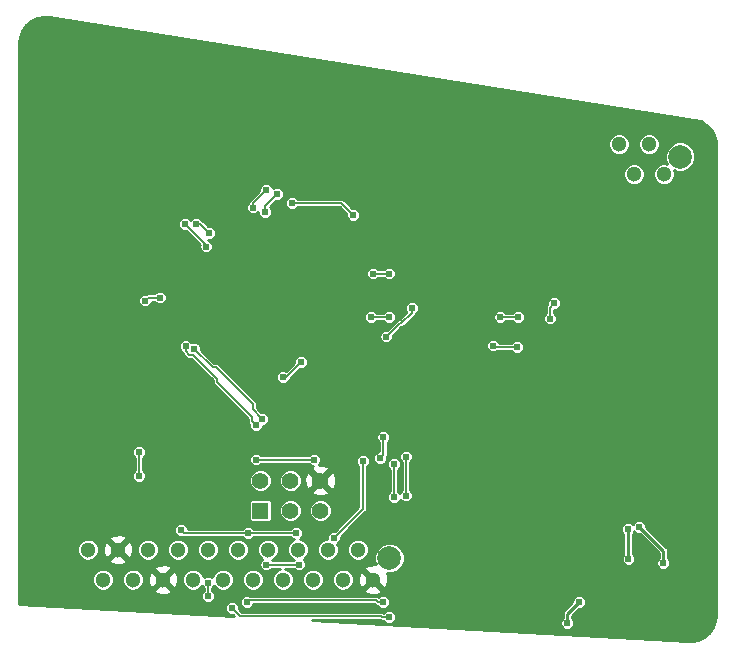
<source format=gbl>
G04 #@! TF.GenerationSoftware,KiCad,Pcbnew,5.0.1-33cea8e~68~ubuntu18.04.1*
G04 #@! TF.CreationDate,2018-12-01T11:29:07-05:00*
G04 #@! TF.ProjectId,throttle,7468726F74746C652E6B696361645F70,rev?*
G04 #@! TF.SameCoordinates,Original*
G04 #@! TF.FileFunction,Copper,L2,Bot,Signal*
G04 #@! TF.FilePolarity,Positive*
%FSLAX46Y46*%
G04 Gerber Fmt 4.6, Leading zero omitted, Abs format (unit mm)*
G04 Created by KiCad (PCBNEW 5.0.1-33cea8e~68~ubuntu18.04.1) date Sat 01 Dec 2018 11:29:07 AM EST*
%MOMM*%
%LPD*%
G01*
G04 APERTURE LIST*
G04 #@! TA.AperFunction,ComponentPad*
%ADD10R,1.400000X1.400000*%
G04 #@! TD*
G04 #@! TA.AperFunction,ComponentPad*
%ADD11C,1.400000*%
G04 #@! TD*
G04 #@! TA.AperFunction,ComponentPad*
%ADD12C,1.300000*%
G04 #@! TD*
G04 #@! TA.AperFunction,ComponentPad*
%ADD13C,2.000000*%
G04 #@! TD*
G04 #@! TA.AperFunction,ViaPad*
%ADD14C,0.609600*%
G04 #@! TD*
G04 #@! TA.AperFunction,Conductor*
%ADD15C,0.152400*%
G04 #@! TD*
G04 #@! TA.AperFunction,Conductor*
%ADD16C,0.254000*%
G04 #@! TD*
G04 APERTURE END LIST*
D10*
G04 #@! TO.P,J3,1*
G04 #@! TO.N,/MISO*
X117094000Y-86106000D03*
D11*
G04 #@! TO.P,J3,2*
G04 #@! TO.N,VCC*
X117094000Y-83566000D03*
G04 #@! TO.P,J3,3*
G04 #@! TO.N,/SCK*
X119634000Y-86106000D03*
G04 #@! TO.P,J3,4*
G04 #@! TO.N,/MOSI*
X119634000Y-83566000D03*
G04 #@! TO.P,J3,5*
G04 #@! TO.N,/RESET*
X122174000Y-86106000D03*
G04 #@! TO.P,J3,6*
G04 #@! TO.N,GND*
X122174000Y-83566000D03*
G04 #@! TD*
D12*
G04 #@! TO.P,J1,3*
G04 #@! TO.N,/SS_Cockpit_EStop*
X148714000Y-57634000D03*
G04 #@! TO.P,J1,1*
G04 #@! TO.N,/SS_BOTS*
X151254000Y-57634000D03*
G04 #@! TO.P,J1,2*
G04 #@! TO.N,/SS_Inertia_Switch*
X149984000Y-55094000D03*
G04 #@! TO.P,J1,4*
G04 #@! TO.N,/RTD*
X147444000Y-55094000D03*
D13*
G04 #@! TO.P,J1,5*
G04 #@! TO.N,N/C*
X152654000Y-56134000D03*
G04 #@! TD*
D12*
G04 #@! TO.P,J2,5*
G04 #@! TO.N,/GND_DriveMode*
X121539000Y-91948000D03*
G04 #@! TO.P,J2,3*
G04 #@! TO.N,VCC*
X124079000Y-91948000D03*
G04 #@! TO.P,J2,1*
G04 #@! TO.N,GND*
X126619000Y-91948000D03*
G04 #@! TO.P,J2,7*
G04 #@! TO.N,/MOSI*
X118999000Y-91948000D03*
G04 #@! TO.P,J2,2*
G04 #@! TO.N,+12V*
X125349000Y-89408000D03*
G04 #@! TO.P,J2,4*
G04 #@! TO.N,/Drive_Mode_Out*
X122809000Y-89408000D03*
G04 #@! TO.P,J2,6*
G04 #@! TO.N,VCC*
X120269000Y-89408000D03*
G04 #@! TO.P,J2,8*
G04 #@! TO.N,/MISO*
X117729000Y-89408000D03*
G04 #@! TO.P,J2,9*
G04 #@! TO.N,/SCK*
X116459000Y-91948000D03*
G04 #@! TO.P,J2,10*
G04 #@! TO.N,/RESET*
X115189000Y-89408000D03*
G04 #@! TO.P,J2,11*
G04 #@! TO.N,/CANH*
X113919000Y-91948000D03*
G04 #@! TO.P,J2,12*
G04 #@! TO.N,/CANL*
X112649000Y-89408000D03*
G04 #@! TO.P,J2,13*
G04 #@! TO.N,VCC*
X111379000Y-91948000D03*
G04 #@! TO.P,J2,14*
G04 #@! TO.N,/Throttle1_Right_Sense*
X110109000Y-89408000D03*
G04 #@! TO.P,J2,15*
G04 #@! TO.N,GND*
X108839000Y-91948000D03*
G04 #@! TO.P,J2,16*
G04 #@! TO.N,VCC*
X107569000Y-89408000D03*
G04 #@! TO.P,J2,17*
G04 #@! TO.N,/Throttle2_Left_Sense*
X106299000Y-91948000D03*
G04 #@! TO.P,J2,18*
G04 #@! TO.N,GND*
X105029000Y-89408000D03*
G04 #@! TO.P,J2,19*
G04 #@! TO.N,/LED1*
X103759000Y-91948000D03*
G04 #@! TO.P,J2,20*
G04 #@! TO.N,/LED2*
X102489000Y-89408000D03*
D13*
G04 #@! TO.P,J2,21*
G04 #@! TO.N,N/C*
X128019000Y-90148000D03*
G04 #@! TD*
D14*
G04 #@! TO.N,GND*
X132928879Y-74530933D03*
X148676879Y-74022933D03*
X138008879Y-90786933D03*
X135722879Y-90786933D03*
X135722879Y-92564933D03*
X138008879Y-92564933D03*
X152994879Y-81134933D03*
X153248879Y-85960933D03*
X154264879Y-84944933D03*
X153248879Y-83928933D03*
X154264879Y-82912933D03*
X153248879Y-82150933D03*
X154264879Y-81134933D03*
X133182879Y-80118933D03*
X136652000Y-63754000D03*
X148590000Y-64262000D03*
X147574000Y-66802000D03*
X141732000Y-66294000D03*
X129776467Y-66099717D03*
X135844000Y-66548000D03*
X114102075Y-84642510D03*
X109665581Y-53181369D03*
X118809581Y-53943369D03*
X101283581Y-56229369D03*
X120843806Y-64930028D03*
X142621000Y-55118000D03*
X142621000Y-58420000D03*
X142621000Y-61722000D03*
X112649000Y-76708000D03*
X126492000Y-94234000D03*
X125222000Y-75565000D03*
X123825000Y-77089000D03*
X118872000Y-77216000D03*
X122174000Y-80772000D03*
X112903000Y-73025000D03*
X117221000Y-93091000D03*
X103886000Y-77724000D03*
X109093000Y-73406000D03*
X131064000Y-53848000D03*
X132715000Y-54864000D03*
X116586000Y-53467000D03*
X107696000Y-52451000D03*
X99060000Y-55626000D03*
G04 #@! TO.N,VCC*
X124968000Y-61087000D03*
X119761000Y-60071000D03*
X120396000Y-90678000D03*
X117602000Y-90678000D03*
X127508000Y-79883000D03*
X127224773Y-81690227D03*
X121666000Y-81788000D03*
X116713000Y-81788000D03*
G04 #@! TO.N,Net-(C5-Pad2)*
X148257779Y-90233033D03*
X148206979Y-87642233D03*
G04 #@! TO.N,Net-(C11-Pad1)*
X149184879Y-87484933D03*
X151216879Y-90532933D03*
G04 #@! TO.N,Net-(R3-Pad2)*
X144104879Y-93834933D03*
X143088879Y-95612933D03*
G04 #@! TO.N,/MISO*
X116713000Y-78867000D03*
X110761447Y-72161400D03*
G04 #@! TO.N,/MOSI*
X117251817Y-78328183D03*
X111506000Y-72390000D03*
G04 #@! TO.N,/SCK*
X120523000Y-73533000D03*
X119028742Y-74773258D03*
G04 #@! TO.N,/Drive_Mode_Out*
X123317000Y-88392000D03*
X125755400Y-81889600D03*
G04 #@! TO.N,/Throttle1Adjusted*
X138938000Y-69723000D03*
X137414000Y-69723000D03*
X128016000Y-69723000D03*
X126481601Y-69712601D03*
G04 #@! TO.N,/Throttle2Adjusted*
X128016000Y-66040000D03*
X126619000Y-66040000D03*
G04 #@! TO.N,/ReadyToDrive_LowDrive*
X118491000Y-59309000D03*
X117475000Y-60833000D03*
G04 #@! TO.N,/SS_Inertia_Out_n*
X111633000Y-61849000D03*
X112776000Y-62611000D03*
G04 #@! TO.N,/SS_EStop_Out_n*
X117602000Y-58928000D03*
X116459000Y-60452000D03*
G04 #@! TO.N,/SS_BOTS_Out_n*
X110741893Y-61863432D03*
X112522000Y-63754000D03*
G04 #@! TO.N,/RESET*
X110363000Y-87757000D03*
X120142000Y-88011000D03*
X116078000Y-88011000D03*
X106807000Y-83185000D03*
X106807000Y-81153000D03*
X108585000Y-68072000D03*
X107315000Y-68326000D03*
G04 #@! TO.N,/Throttle1_Right_Sense*
X129921000Y-68961000D03*
X128397000Y-82169000D03*
X128397000Y-84963000D03*
X127508000Y-93853000D03*
X115951000Y-93853000D03*
X112649000Y-92202000D03*
X112649000Y-93360001D03*
X127762000Y-71374000D03*
G04 #@! TO.N,/Throttle2_Left_Sense*
X141605000Y-69850000D03*
X141986000Y-68554600D03*
X129413000Y-81534000D03*
X129413000Y-84836000D03*
X128016000Y-95123000D03*
X114681000Y-94361000D03*
X138811000Y-72263000D03*
X136779000Y-72136000D03*
G04 #@! TD*
D15*
G04 #@! TO.N,VCC*
X124968000Y-61087000D02*
X123952000Y-60071000D01*
X123952000Y-60071000D02*
X119761000Y-60071000D01*
X120396000Y-90678000D02*
X117602000Y-90678000D01*
X127508000Y-79883000D02*
X127508000Y-81407000D01*
X127508000Y-81407000D02*
X127224773Y-81690227D01*
X121666000Y-81788000D02*
X116713000Y-81788000D01*
D16*
G04 #@! TO.N,Net-(C5-Pad2)*
X148206979Y-90182233D02*
X148257779Y-90233033D01*
X148206979Y-87642233D02*
X148206979Y-90182233D01*
G04 #@! TO.N,Net-(C11-Pad1)*
X151216879Y-89516933D02*
X151216879Y-90532933D01*
X149184879Y-87484933D02*
X151216879Y-89516933D01*
G04 #@! TO.N,Net-(R3-Pad2)*
X143088879Y-94850933D02*
X144104879Y-93834933D01*
X143088879Y-95612933D02*
X143088879Y-94850933D01*
D15*
G04 #@! TO.N,/MISO*
X116713000Y-78740000D02*
X116713000Y-78867000D01*
X110761447Y-72592452D02*
X110761447Y-72161400D01*
X111092396Y-72923401D02*
X110761447Y-72592452D01*
X111404401Y-72923401D02*
X111092396Y-72923401D01*
X113411000Y-74930000D02*
X111404401Y-72923401D01*
X116408201Y-78562201D02*
X116408201Y-78181201D01*
X116713000Y-78867000D02*
X116408201Y-78562201D01*
X113411000Y-75184000D02*
X113411000Y-74930000D01*
X116408201Y-78181201D02*
X113411000Y-75184000D01*
G04 #@! TO.N,/MOSI*
X113310828Y-73940828D02*
X113295218Y-73940828D01*
X116460196Y-77090196D02*
X113310828Y-73940828D01*
X116460196Y-77536563D02*
X116460196Y-77090196D01*
X117251817Y-78328183D02*
X117251816Y-78328183D01*
X117251816Y-78328183D02*
X116460196Y-77536563D01*
X113056828Y-73940828D02*
X113310828Y-73940828D01*
X111506000Y-72390000D02*
X113056828Y-73940828D01*
G04 #@! TO.N,/SCK*
X120523000Y-73533000D02*
X119282742Y-74773258D01*
X119282742Y-74773258D02*
X119028742Y-74773258D01*
G04 #@! TO.N,/Drive_Mode_Out*
X125755400Y-85953600D02*
X123317000Y-88392000D01*
X125755400Y-81889600D02*
X125755400Y-85953600D01*
G04 #@! TO.N,/Throttle1Adjusted*
X138938000Y-69723000D02*
X137414000Y-69723000D01*
X128016000Y-69723000D02*
X126492000Y-69723000D01*
X126492000Y-69723000D02*
X126481601Y-69712601D01*
G04 #@! TO.N,/Throttle2Adjusted*
X128016000Y-66040000D02*
X126619000Y-66040000D01*
G04 #@! TO.N,/ReadyToDrive_LowDrive*
X118491000Y-59309000D02*
X117475000Y-60325000D01*
X117475000Y-60325000D02*
X117475000Y-60833000D01*
G04 #@! TO.N,/SS_Inertia_Out_n*
X111633000Y-61849000D02*
X112014000Y-61849000D01*
X112014000Y-61849000D02*
X112776000Y-62611000D01*
G04 #@! TO.N,/SS_EStop_Out_n*
X117602000Y-58928000D02*
X116459000Y-60071000D01*
X116459000Y-60071000D02*
X116459000Y-60452000D01*
G04 #@! TO.N,/SS_BOTS_Out_n*
X110741893Y-61863432D02*
X112522000Y-63643539D01*
X112522000Y-63643539D02*
X112522000Y-63754000D01*
G04 #@! TO.N,/RESET*
X120142000Y-88011000D02*
X116078000Y-88011000D01*
X114681000Y-88011000D02*
X116078000Y-88011000D01*
X110617000Y-88011000D02*
X110363000Y-87757000D01*
X114681000Y-88011000D02*
X110617000Y-88011000D01*
X106807000Y-83185000D02*
X106807000Y-81153000D01*
X108585000Y-68072000D02*
X107569000Y-68072000D01*
X107569000Y-68072000D02*
X107315000Y-68326000D01*
G04 #@! TO.N,/Throttle1_Right_Sense*
X128397000Y-82169000D02*
X128397000Y-84963000D01*
X116103401Y-93700599D02*
X115951000Y-93853000D01*
X126924547Y-93700599D02*
X116103401Y-93700599D01*
X127508000Y-93853000D02*
X127076948Y-93853000D01*
X127076948Y-93853000D02*
X126924547Y-93700599D01*
X129921000Y-69357001D02*
X129921000Y-68961000D01*
X129032000Y-70246001D02*
X129921000Y-69357001D01*
X112649000Y-92202000D02*
X112649000Y-93360001D01*
X128889999Y-70246001D02*
X129032000Y-70246001D01*
X127762000Y-71374000D02*
X128889999Y-70246001D01*
G04 #@! TO.N,/Throttle2_Left_Sense*
X141605000Y-69850000D02*
X141605000Y-68935600D01*
X141605000Y-68935600D02*
X141986000Y-68554600D01*
X129413000Y-81534000D02*
X129413000Y-84836000D01*
X115366799Y-95046799D02*
X114681000Y-94361000D01*
X127330201Y-95046799D02*
X115366799Y-95046799D01*
X127406402Y-95123000D02*
X128016000Y-95123000D01*
X127330201Y-95046799D02*
X127406402Y-95123000D01*
X138811000Y-72263000D02*
X136906000Y-72263000D01*
X136906000Y-72263000D02*
X136779000Y-72136000D01*
G04 #@! TD*
D16*
G04 #@! TO.N,GND*
G36*
X99233435Y-44354735D02*
X153808893Y-53004011D01*
X154359931Y-53165146D01*
X154835830Y-53447714D01*
X155226506Y-53839756D01*
X155507411Y-54316637D01*
X155663118Y-54856092D01*
X155690100Y-55202796D01*
X155690101Y-94912376D01*
X155617588Y-95481992D01*
X155413352Y-95996395D01*
X155087604Y-96443849D01*
X154660811Y-96796236D01*
X154159793Y-97031413D01*
X153605744Y-97136553D01*
X153330039Y-97136290D01*
X121501687Y-95402399D01*
X127184490Y-95402399D01*
X127267654Y-95457967D01*
X127371382Y-95478600D01*
X127371386Y-95478600D01*
X127406401Y-95485565D01*
X127441416Y-95478600D01*
X127545416Y-95478600D01*
X127685077Y-95618261D01*
X127899795Y-95707200D01*
X128132205Y-95707200D01*
X128346923Y-95618261D01*
X128468456Y-95496728D01*
X142504679Y-95496728D01*
X142504679Y-95729138D01*
X142593618Y-95943856D01*
X142757956Y-96108194D01*
X142972674Y-96197133D01*
X143205084Y-96197133D01*
X143419802Y-96108194D01*
X143584140Y-95943856D01*
X143673079Y-95729138D01*
X143673079Y-95496728D01*
X143584140Y-95282010D01*
X143495279Y-95193149D01*
X143495279Y-95019268D01*
X144095415Y-94419133D01*
X144221084Y-94419133D01*
X144435802Y-94330194D01*
X144600140Y-94165856D01*
X144689079Y-93951138D01*
X144689079Y-93718728D01*
X144600140Y-93504010D01*
X144435802Y-93339672D01*
X144221084Y-93250733D01*
X143988674Y-93250733D01*
X143773956Y-93339672D01*
X143609618Y-93504010D01*
X143520679Y-93718728D01*
X143520679Y-93844397D01*
X142829812Y-94535265D01*
X142795883Y-94557936D01*
X142773212Y-94591865D01*
X142773211Y-94591866D01*
X142706060Y-94692364D01*
X142674519Y-94850933D01*
X142682480Y-94890956D01*
X142682480Y-95193148D01*
X142593618Y-95282010D01*
X142504679Y-95496728D01*
X128468456Y-95496728D01*
X128511261Y-95453923D01*
X128600200Y-95239205D01*
X128600200Y-95006795D01*
X128511261Y-94792077D01*
X128346923Y-94627739D01*
X128132205Y-94538800D01*
X127899795Y-94538800D01*
X127685077Y-94627739D01*
X127548098Y-94764718D01*
X127468949Y-94711832D01*
X127365221Y-94691199D01*
X127330201Y-94684233D01*
X127295181Y-94691199D01*
X115514093Y-94691199D01*
X115265200Y-94442306D01*
X115265200Y-94244795D01*
X115176261Y-94030077D01*
X115011923Y-93865739D01*
X114797205Y-93776800D01*
X114564795Y-93776800D01*
X114350077Y-93865739D01*
X114185739Y-94030077D01*
X114096800Y-94244795D01*
X114096800Y-94477205D01*
X114185739Y-94691923D01*
X114350077Y-94856261D01*
X114564795Y-94945200D01*
X114762306Y-94945200D01*
X114857557Y-95040451D01*
X96658900Y-94049056D01*
X96658900Y-91763131D01*
X102829600Y-91763131D01*
X102829600Y-92132869D01*
X102971093Y-92474463D01*
X103232537Y-92735907D01*
X103574131Y-92877400D01*
X103943869Y-92877400D01*
X104285463Y-92735907D01*
X104546907Y-92474463D01*
X104688400Y-92132869D01*
X104688400Y-91763131D01*
X105369600Y-91763131D01*
X105369600Y-92132869D01*
X105511093Y-92474463D01*
X105772537Y-92735907D01*
X106114131Y-92877400D01*
X106483869Y-92877400D01*
X106557222Y-92847016D01*
X108119590Y-92847016D01*
X108175271Y-93077611D01*
X108658078Y-93245622D01*
X109168428Y-93216083D01*
X109502729Y-93077611D01*
X109558410Y-92847016D01*
X108839000Y-92127605D01*
X108119590Y-92847016D01*
X106557222Y-92847016D01*
X106825463Y-92735907D01*
X107086907Y-92474463D01*
X107228400Y-92132869D01*
X107228400Y-91767078D01*
X107541378Y-91767078D01*
X107570917Y-92277428D01*
X107709389Y-92611729D01*
X107939984Y-92667410D01*
X108659395Y-91948000D01*
X109018605Y-91948000D01*
X109738016Y-92667410D01*
X109968611Y-92611729D01*
X110136622Y-92128922D01*
X110115451Y-91763131D01*
X110449600Y-91763131D01*
X110449600Y-92132869D01*
X110591093Y-92474463D01*
X110852537Y-92735907D01*
X111194131Y-92877400D01*
X111563869Y-92877400D01*
X111905463Y-92735907D01*
X112140473Y-92500897D01*
X112153739Y-92532923D01*
X112293400Y-92672584D01*
X112293401Y-92889416D01*
X112153739Y-93029078D01*
X112064800Y-93243796D01*
X112064800Y-93476206D01*
X112153739Y-93690924D01*
X112318077Y-93855262D01*
X112532795Y-93944201D01*
X112765205Y-93944201D01*
X112979923Y-93855262D01*
X113098390Y-93736795D01*
X115366800Y-93736795D01*
X115366800Y-93969205D01*
X115455739Y-94183923D01*
X115620077Y-94348261D01*
X115834795Y-94437200D01*
X116067205Y-94437200D01*
X116281923Y-94348261D01*
X116446261Y-94183923D01*
X116499166Y-94056199D01*
X126777254Y-94056199D01*
X126800735Y-94079680D01*
X126820575Y-94109373D01*
X126932148Y-94183923D01*
X126938200Y-94187967D01*
X127036296Y-94207480D01*
X127177077Y-94348261D01*
X127391795Y-94437200D01*
X127624205Y-94437200D01*
X127838923Y-94348261D01*
X128003261Y-94183923D01*
X128092200Y-93969205D01*
X128092200Y-93736795D01*
X128003261Y-93522077D01*
X127838923Y-93357739D01*
X127624205Y-93268800D01*
X127391795Y-93268800D01*
X127177077Y-93357739D01*
X127126771Y-93408045D01*
X127063295Y-93365632D01*
X126959567Y-93344999D01*
X126924547Y-93338033D01*
X126889527Y-93344999D01*
X116251166Y-93344999D01*
X116067205Y-93268800D01*
X115834795Y-93268800D01*
X115620077Y-93357739D01*
X115455739Y-93522077D01*
X115366800Y-93736795D01*
X113098390Y-93736795D01*
X113144261Y-93690924D01*
X113233200Y-93476206D01*
X113233200Y-93243796D01*
X113144261Y-93029078D01*
X113004600Y-92889417D01*
X113004600Y-92672584D01*
X113144261Y-92532923D01*
X113157527Y-92500897D01*
X113392537Y-92735907D01*
X113734131Y-92877400D01*
X114103869Y-92877400D01*
X114445463Y-92735907D01*
X114706907Y-92474463D01*
X114848400Y-92132869D01*
X114848400Y-91763131D01*
X115529600Y-91763131D01*
X115529600Y-92132869D01*
X115671093Y-92474463D01*
X115932537Y-92735907D01*
X116274131Y-92877400D01*
X116643869Y-92877400D01*
X116985463Y-92735907D01*
X117246907Y-92474463D01*
X117388400Y-92132869D01*
X117388400Y-91763131D01*
X117246907Y-91421537D01*
X116985463Y-91160093D01*
X116643869Y-91018600D01*
X116274131Y-91018600D01*
X115932537Y-91160093D01*
X115671093Y-91421537D01*
X115529600Y-91763131D01*
X114848400Y-91763131D01*
X114706907Y-91421537D01*
X114445463Y-91160093D01*
X114103869Y-91018600D01*
X113734131Y-91018600D01*
X113392537Y-91160093D01*
X113131093Y-91421537D01*
X113003283Y-91730099D01*
X112979923Y-91706739D01*
X112765205Y-91617800D01*
X112532795Y-91617800D01*
X112318077Y-91706739D01*
X112294717Y-91730099D01*
X112166907Y-91421537D01*
X111905463Y-91160093D01*
X111563869Y-91018600D01*
X111194131Y-91018600D01*
X110852537Y-91160093D01*
X110591093Y-91421537D01*
X110449600Y-91763131D01*
X110115451Y-91763131D01*
X110107083Y-91618572D01*
X109968611Y-91284271D01*
X109738016Y-91228590D01*
X109018605Y-91948000D01*
X108659395Y-91948000D01*
X107939984Y-91228590D01*
X107709389Y-91284271D01*
X107541378Y-91767078D01*
X107228400Y-91767078D01*
X107228400Y-91763131D01*
X107086907Y-91421537D01*
X106825463Y-91160093D01*
X106557223Y-91048984D01*
X108119590Y-91048984D01*
X108839000Y-91768395D01*
X109558410Y-91048984D01*
X109502729Y-90818389D01*
X109019922Y-90650378D01*
X108509572Y-90679917D01*
X108175271Y-90818389D01*
X108119590Y-91048984D01*
X106557223Y-91048984D01*
X106483869Y-91018600D01*
X106114131Y-91018600D01*
X105772537Y-91160093D01*
X105511093Y-91421537D01*
X105369600Y-91763131D01*
X104688400Y-91763131D01*
X104546907Y-91421537D01*
X104285463Y-91160093D01*
X103943869Y-91018600D01*
X103574131Y-91018600D01*
X103232537Y-91160093D01*
X102971093Y-91421537D01*
X102829600Y-91763131D01*
X96658900Y-91763131D01*
X96658900Y-89223131D01*
X101559600Y-89223131D01*
X101559600Y-89592869D01*
X101701093Y-89934463D01*
X101962537Y-90195907D01*
X102304131Y-90337400D01*
X102673869Y-90337400D01*
X102747222Y-90307016D01*
X104309590Y-90307016D01*
X104365271Y-90537611D01*
X104848078Y-90705622D01*
X105358428Y-90676083D01*
X105692729Y-90537611D01*
X105748410Y-90307016D01*
X105029000Y-89587605D01*
X104309590Y-90307016D01*
X102747222Y-90307016D01*
X103015463Y-90195907D01*
X103276907Y-89934463D01*
X103418400Y-89592869D01*
X103418400Y-89227078D01*
X103731378Y-89227078D01*
X103760917Y-89737428D01*
X103899389Y-90071729D01*
X104129984Y-90127410D01*
X104849395Y-89408000D01*
X105208605Y-89408000D01*
X105928016Y-90127410D01*
X106158611Y-90071729D01*
X106326622Y-89588922D01*
X106305451Y-89223131D01*
X106639600Y-89223131D01*
X106639600Y-89592869D01*
X106781093Y-89934463D01*
X107042537Y-90195907D01*
X107384131Y-90337400D01*
X107753869Y-90337400D01*
X108095463Y-90195907D01*
X108356907Y-89934463D01*
X108498400Y-89592869D01*
X108498400Y-89223131D01*
X109179600Y-89223131D01*
X109179600Y-89592869D01*
X109321093Y-89934463D01*
X109582537Y-90195907D01*
X109924131Y-90337400D01*
X110293869Y-90337400D01*
X110635463Y-90195907D01*
X110896907Y-89934463D01*
X111038400Y-89592869D01*
X111038400Y-89223131D01*
X111719600Y-89223131D01*
X111719600Y-89592869D01*
X111861093Y-89934463D01*
X112122537Y-90195907D01*
X112464131Y-90337400D01*
X112833869Y-90337400D01*
X113175463Y-90195907D01*
X113436907Y-89934463D01*
X113578400Y-89592869D01*
X113578400Y-89223131D01*
X114259600Y-89223131D01*
X114259600Y-89592869D01*
X114401093Y-89934463D01*
X114662537Y-90195907D01*
X115004131Y-90337400D01*
X115373869Y-90337400D01*
X115715463Y-90195907D01*
X115976907Y-89934463D01*
X116118400Y-89592869D01*
X116118400Y-89223131D01*
X115976907Y-88881537D01*
X115715463Y-88620093D01*
X115373869Y-88478600D01*
X115004131Y-88478600D01*
X114662537Y-88620093D01*
X114401093Y-88881537D01*
X114259600Y-89223131D01*
X113578400Y-89223131D01*
X113436907Y-88881537D01*
X113175463Y-88620093D01*
X112833869Y-88478600D01*
X112464131Y-88478600D01*
X112122537Y-88620093D01*
X111861093Y-88881537D01*
X111719600Y-89223131D01*
X111038400Y-89223131D01*
X110896907Y-88881537D01*
X110635463Y-88620093D01*
X110293869Y-88478600D01*
X109924131Y-88478600D01*
X109582537Y-88620093D01*
X109321093Y-88881537D01*
X109179600Y-89223131D01*
X108498400Y-89223131D01*
X108356907Y-88881537D01*
X108095463Y-88620093D01*
X107753869Y-88478600D01*
X107384131Y-88478600D01*
X107042537Y-88620093D01*
X106781093Y-88881537D01*
X106639600Y-89223131D01*
X106305451Y-89223131D01*
X106297083Y-89078572D01*
X106158611Y-88744271D01*
X105928016Y-88688590D01*
X105208605Y-89408000D01*
X104849395Y-89408000D01*
X104129984Y-88688590D01*
X103899389Y-88744271D01*
X103731378Y-89227078D01*
X103418400Y-89227078D01*
X103418400Y-89223131D01*
X103276907Y-88881537D01*
X103015463Y-88620093D01*
X102747223Y-88508984D01*
X104309590Y-88508984D01*
X105029000Y-89228395D01*
X105748410Y-88508984D01*
X105692729Y-88278389D01*
X105209922Y-88110378D01*
X104699572Y-88139917D01*
X104365271Y-88278389D01*
X104309590Y-88508984D01*
X102747223Y-88508984D01*
X102673869Y-88478600D01*
X102304131Y-88478600D01*
X101962537Y-88620093D01*
X101701093Y-88881537D01*
X101559600Y-89223131D01*
X96658900Y-89223131D01*
X96658900Y-87640795D01*
X109778800Y-87640795D01*
X109778800Y-87873205D01*
X109867739Y-88087923D01*
X110032077Y-88252261D01*
X110246795Y-88341200D01*
X110471118Y-88341200D01*
X110478252Y-88345967D01*
X110581980Y-88366600D01*
X110616999Y-88373566D01*
X110652018Y-88366600D01*
X115607416Y-88366600D01*
X115747077Y-88506261D01*
X115961795Y-88595200D01*
X116194205Y-88595200D01*
X116408923Y-88506261D01*
X116548584Y-88366600D01*
X119671416Y-88366600D01*
X119811077Y-88506261D01*
X119914214Y-88548982D01*
X119742537Y-88620093D01*
X119481093Y-88881537D01*
X119339600Y-89223131D01*
X119339600Y-89592869D01*
X119481093Y-89934463D01*
X119742537Y-90195907D01*
X119961296Y-90286520D01*
X119925416Y-90322400D01*
X118072584Y-90322400D01*
X118036704Y-90286520D01*
X118255463Y-90195907D01*
X118516907Y-89934463D01*
X118658400Y-89592869D01*
X118658400Y-89223131D01*
X118516907Y-88881537D01*
X118255463Y-88620093D01*
X117913869Y-88478600D01*
X117544131Y-88478600D01*
X117202537Y-88620093D01*
X116941093Y-88881537D01*
X116799600Y-89223131D01*
X116799600Y-89592869D01*
X116941093Y-89934463D01*
X117202537Y-90195907D01*
X117241691Y-90212125D01*
X117106739Y-90347077D01*
X117017800Y-90561795D01*
X117017800Y-90794205D01*
X117106739Y-91008923D01*
X117271077Y-91173261D01*
X117485795Y-91262200D01*
X117718205Y-91262200D01*
X117932923Y-91173261D01*
X118072584Y-91033600D01*
X118777918Y-91033600D01*
X118472537Y-91160093D01*
X118211093Y-91421537D01*
X118069600Y-91763131D01*
X118069600Y-92132869D01*
X118211093Y-92474463D01*
X118472537Y-92735907D01*
X118814131Y-92877400D01*
X119183869Y-92877400D01*
X119525463Y-92735907D01*
X119786907Y-92474463D01*
X119928400Y-92132869D01*
X119928400Y-91763131D01*
X120609600Y-91763131D01*
X120609600Y-92132869D01*
X120751093Y-92474463D01*
X121012537Y-92735907D01*
X121354131Y-92877400D01*
X121723869Y-92877400D01*
X122065463Y-92735907D01*
X122326907Y-92474463D01*
X122468400Y-92132869D01*
X122468400Y-91763131D01*
X123149600Y-91763131D01*
X123149600Y-92132869D01*
X123291093Y-92474463D01*
X123552537Y-92735907D01*
X123894131Y-92877400D01*
X124263869Y-92877400D01*
X124337222Y-92847016D01*
X125899590Y-92847016D01*
X125955271Y-93077611D01*
X126438078Y-93245622D01*
X126948428Y-93216083D01*
X127282729Y-93077611D01*
X127338410Y-92847016D01*
X126619000Y-92127605D01*
X125899590Y-92847016D01*
X124337222Y-92847016D01*
X124605463Y-92735907D01*
X124866907Y-92474463D01*
X125008400Y-92132869D01*
X125008400Y-91767078D01*
X125321378Y-91767078D01*
X125350917Y-92277428D01*
X125489389Y-92611729D01*
X125719984Y-92667410D01*
X126439395Y-91948000D01*
X125719984Y-91228590D01*
X125489389Y-91284271D01*
X125321378Y-91767078D01*
X125008400Y-91767078D01*
X125008400Y-91763131D01*
X124866907Y-91421537D01*
X124605463Y-91160093D01*
X124337223Y-91048984D01*
X125899590Y-91048984D01*
X126619000Y-91768395D01*
X126633143Y-91754253D01*
X126812748Y-91933858D01*
X126798605Y-91948000D01*
X127518016Y-92667410D01*
X127748611Y-92611729D01*
X127916622Y-92128922D01*
X127887083Y-91618572D01*
X127807897Y-91427400D01*
X128273488Y-91427400D01*
X128743722Y-91232623D01*
X129103623Y-90872722D01*
X129298400Y-90402488D01*
X129298400Y-89893512D01*
X129103623Y-89423278D01*
X128743722Y-89063377D01*
X128273488Y-88868600D01*
X127764512Y-88868600D01*
X127294278Y-89063377D01*
X126934377Y-89423278D01*
X126739600Y-89893512D01*
X126739600Y-90402488D01*
X126849413Y-90667600D01*
X126799922Y-90650378D01*
X126289572Y-90679917D01*
X125955271Y-90818389D01*
X125899590Y-91048984D01*
X124337223Y-91048984D01*
X124263869Y-91018600D01*
X123894131Y-91018600D01*
X123552537Y-91160093D01*
X123291093Y-91421537D01*
X123149600Y-91763131D01*
X122468400Y-91763131D01*
X122326907Y-91421537D01*
X122065463Y-91160093D01*
X121723869Y-91018600D01*
X121354131Y-91018600D01*
X121012537Y-91160093D01*
X120751093Y-91421537D01*
X120609600Y-91763131D01*
X119928400Y-91763131D01*
X119786907Y-91421537D01*
X119525463Y-91160093D01*
X119220082Y-91033600D01*
X119925416Y-91033600D01*
X120065077Y-91173261D01*
X120279795Y-91262200D01*
X120512205Y-91262200D01*
X120726923Y-91173261D01*
X120891261Y-91008923D01*
X120980200Y-90794205D01*
X120980200Y-90561795D01*
X120891261Y-90347077D01*
X120756309Y-90212125D01*
X120795463Y-90195907D01*
X121056907Y-89934463D01*
X121198400Y-89592869D01*
X121198400Y-89223131D01*
X121879600Y-89223131D01*
X121879600Y-89592869D01*
X122021093Y-89934463D01*
X122282537Y-90195907D01*
X122624131Y-90337400D01*
X122993869Y-90337400D01*
X123335463Y-90195907D01*
X123596907Y-89934463D01*
X123738400Y-89592869D01*
X123738400Y-89223131D01*
X124419600Y-89223131D01*
X124419600Y-89592869D01*
X124561093Y-89934463D01*
X124822537Y-90195907D01*
X125164131Y-90337400D01*
X125533869Y-90337400D01*
X125875463Y-90195907D01*
X126136907Y-89934463D01*
X126278400Y-89592869D01*
X126278400Y-89223131D01*
X126136907Y-88881537D01*
X125875463Y-88620093D01*
X125533869Y-88478600D01*
X125164131Y-88478600D01*
X124822537Y-88620093D01*
X124561093Y-88881537D01*
X124419600Y-89223131D01*
X123738400Y-89223131D01*
X123606402Y-88904460D01*
X123647923Y-88887261D01*
X123812261Y-88722923D01*
X123901200Y-88508205D01*
X123901200Y-88310694D01*
X124685866Y-87526028D01*
X147622779Y-87526028D01*
X147622779Y-87758438D01*
X147711718Y-87973156D01*
X147800579Y-88062017D01*
X147800580Y-89864048D01*
X147762518Y-89902110D01*
X147673579Y-90116828D01*
X147673579Y-90349238D01*
X147762518Y-90563956D01*
X147926856Y-90728294D01*
X148141574Y-90817233D01*
X148373984Y-90817233D01*
X148588702Y-90728294D01*
X148753040Y-90563956D01*
X148841979Y-90349238D01*
X148841979Y-90116828D01*
X148753040Y-89902110D01*
X148613379Y-89762449D01*
X148613379Y-88062017D01*
X148702240Y-87973156D01*
X148744615Y-87870853D01*
X148853956Y-87980194D01*
X149068674Y-88069133D01*
X149194344Y-88069133D01*
X150810479Y-89685269D01*
X150810480Y-90113148D01*
X150721618Y-90202010D01*
X150632679Y-90416728D01*
X150632679Y-90649138D01*
X150721618Y-90863856D01*
X150885956Y-91028194D01*
X151100674Y-91117133D01*
X151333084Y-91117133D01*
X151547802Y-91028194D01*
X151712140Y-90863856D01*
X151801079Y-90649138D01*
X151801079Y-90416728D01*
X151712140Y-90202010D01*
X151623279Y-90113149D01*
X151623279Y-89556951D01*
X151631239Y-89516933D01*
X151623279Y-89476915D01*
X151623279Y-89476910D01*
X151599699Y-89358364D01*
X151509876Y-89223936D01*
X151475948Y-89201266D01*
X149769079Y-87494398D01*
X149769079Y-87368728D01*
X149680140Y-87154010D01*
X149515802Y-86989672D01*
X149301084Y-86900733D01*
X149068674Y-86900733D01*
X148853956Y-86989672D01*
X148689618Y-87154010D01*
X148647243Y-87256313D01*
X148537902Y-87146972D01*
X148323184Y-87058033D01*
X148090774Y-87058033D01*
X147876056Y-87146972D01*
X147711718Y-87311310D01*
X147622779Y-87526028D01*
X124685866Y-87526028D01*
X125982083Y-86229811D01*
X126011773Y-86209973D01*
X126090367Y-86092348D01*
X126111000Y-85988620D01*
X126111000Y-85988616D01*
X126117965Y-85953601D01*
X126111000Y-85918586D01*
X126111000Y-82360184D01*
X126250661Y-82220523D01*
X126339600Y-82005805D01*
X126339600Y-81773395D01*
X126257018Y-81574022D01*
X126640573Y-81574022D01*
X126640573Y-81806432D01*
X126729512Y-82021150D01*
X126893850Y-82185488D01*
X127108568Y-82274427D01*
X127340978Y-82274427D01*
X127555696Y-82185488D01*
X127688389Y-82052795D01*
X127812800Y-82052795D01*
X127812800Y-82285205D01*
X127901739Y-82499923D01*
X128041400Y-82639584D01*
X128041401Y-84492415D01*
X127901739Y-84632077D01*
X127812800Y-84846795D01*
X127812800Y-85079205D01*
X127901739Y-85293923D01*
X128066077Y-85458261D01*
X128280795Y-85547200D01*
X128513205Y-85547200D01*
X128727923Y-85458261D01*
X128892261Y-85293923D01*
X128936921Y-85186105D01*
X129082077Y-85331261D01*
X129296795Y-85420200D01*
X129529205Y-85420200D01*
X129743923Y-85331261D01*
X129908261Y-85166923D01*
X129997200Y-84952205D01*
X129997200Y-84719795D01*
X129908261Y-84505077D01*
X129768600Y-84365416D01*
X129768600Y-82004584D01*
X129908261Y-81864923D01*
X129997200Y-81650205D01*
X129997200Y-81417795D01*
X129908261Y-81203077D01*
X129743923Y-81038739D01*
X129529205Y-80949800D01*
X129296795Y-80949800D01*
X129082077Y-81038739D01*
X128917739Y-81203077D01*
X128828800Y-81417795D01*
X128828800Y-81650205D01*
X128917739Y-81864923D01*
X129057400Y-82004584D01*
X129057401Y-84365415D01*
X128917739Y-84505077D01*
X128873079Y-84612895D01*
X128752600Y-84492416D01*
X128752600Y-82639584D01*
X128892261Y-82499923D01*
X128981200Y-82285205D01*
X128981200Y-82052795D01*
X128892261Y-81838077D01*
X128727923Y-81673739D01*
X128513205Y-81584800D01*
X128280795Y-81584800D01*
X128066077Y-81673739D01*
X127901739Y-81838077D01*
X127812800Y-82052795D01*
X127688389Y-82052795D01*
X127720034Y-82021150D01*
X127808973Y-81806432D01*
X127808973Y-81596624D01*
X127842967Y-81545748D01*
X127863600Y-81442020D01*
X127863600Y-81442016D01*
X127870565Y-81407001D01*
X127863600Y-81371986D01*
X127863600Y-80353584D01*
X128003261Y-80213923D01*
X128092200Y-79999205D01*
X128092200Y-79766795D01*
X128003261Y-79552077D01*
X127838923Y-79387739D01*
X127624205Y-79298800D01*
X127391795Y-79298800D01*
X127177077Y-79387739D01*
X127012739Y-79552077D01*
X126923800Y-79766795D01*
X126923800Y-79999205D01*
X127012739Y-80213923D01*
X127152400Y-80353584D01*
X127152401Y-81106027D01*
X127108568Y-81106027D01*
X126893850Y-81194966D01*
X126729512Y-81359304D01*
X126640573Y-81574022D01*
X126257018Y-81574022D01*
X126250661Y-81558677D01*
X126086323Y-81394339D01*
X125871605Y-81305400D01*
X125639195Y-81305400D01*
X125424477Y-81394339D01*
X125260139Y-81558677D01*
X125171200Y-81773395D01*
X125171200Y-82005805D01*
X125260139Y-82220523D01*
X125399800Y-82360184D01*
X125399801Y-85806305D01*
X123398306Y-87807800D01*
X123200795Y-87807800D01*
X122986077Y-87896739D01*
X122821739Y-88061077D01*
X122732800Y-88275795D01*
X122732800Y-88478600D01*
X122624131Y-88478600D01*
X122282537Y-88620093D01*
X122021093Y-88881537D01*
X121879600Y-89223131D01*
X121198400Y-89223131D01*
X121056907Y-88881537D01*
X120795463Y-88620093D01*
X120486901Y-88492283D01*
X120637261Y-88341923D01*
X120726200Y-88127205D01*
X120726200Y-87894795D01*
X120637261Y-87680077D01*
X120472923Y-87515739D01*
X120258205Y-87426800D01*
X120025795Y-87426800D01*
X119811077Y-87515739D01*
X119671416Y-87655400D01*
X116548584Y-87655400D01*
X116408923Y-87515739D01*
X116194205Y-87426800D01*
X115961795Y-87426800D01*
X115747077Y-87515739D01*
X115607416Y-87655400D01*
X110947200Y-87655400D01*
X110947200Y-87640795D01*
X110858261Y-87426077D01*
X110693923Y-87261739D01*
X110479205Y-87172800D01*
X110246795Y-87172800D01*
X110032077Y-87261739D01*
X109867739Y-87426077D01*
X109778800Y-87640795D01*
X96658900Y-87640795D01*
X96658900Y-85406000D01*
X116109127Y-85406000D01*
X116109127Y-86806000D01*
X116130812Y-86915016D01*
X116192564Y-87007436D01*
X116284984Y-87069188D01*
X116394000Y-87090873D01*
X117794000Y-87090873D01*
X117903016Y-87069188D01*
X117995436Y-87007436D01*
X118057188Y-86915016D01*
X118078873Y-86806000D01*
X118078873Y-85911185D01*
X118654600Y-85911185D01*
X118654600Y-86300815D01*
X118803704Y-86660786D01*
X119079214Y-86936296D01*
X119439185Y-87085400D01*
X119828815Y-87085400D01*
X120188786Y-86936296D01*
X120464296Y-86660786D01*
X120613400Y-86300815D01*
X120613400Y-85911185D01*
X121194600Y-85911185D01*
X121194600Y-86300815D01*
X121343704Y-86660786D01*
X121619214Y-86936296D01*
X121979185Y-87085400D01*
X122368815Y-87085400D01*
X122728786Y-86936296D01*
X123004296Y-86660786D01*
X123153400Y-86300815D01*
X123153400Y-85911185D01*
X123004296Y-85551214D01*
X122728786Y-85275704D01*
X122368815Y-85126600D01*
X121979185Y-85126600D01*
X121619214Y-85275704D01*
X121343704Y-85551214D01*
X121194600Y-85911185D01*
X120613400Y-85911185D01*
X120464296Y-85551214D01*
X120188786Y-85275704D01*
X119828815Y-85126600D01*
X119439185Y-85126600D01*
X119079214Y-85275704D01*
X118803704Y-85551214D01*
X118654600Y-85911185D01*
X118078873Y-85911185D01*
X118078873Y-85406000D01*
X118057188Y-85296984D01*
X117995436Y-85204564D01*
X117903016Y-85142812D01*
X117794000Y-85121127D01*
X116394000Y-85121127D01*
X116284984Y-85142812D01*
X116192564Y-85204564D01*
X116130812Y-85296984D01*
X116109127Y-85406000D01*
X96658900Y-85406000D01*
X96658900Y-81036795D01*
X106222800Y-81036795D01*
X106222800Y-81269205D01*
X106311739Y-81483923D01*
X106451401Y-81623585D01*
X106451400Y-82714416D01*
X106311739Y-82854077D01*
X106222800Y-83068795D01*
X106222800Y-83301205D01*
X106311739Y-83515923D01*
X106476077Y-83680261D01*
X106690795Y-83769200D01*
X106923205Y-83769200D01*
X107137923Y-83680261D01*
X107302261Y-83515923D01*
X107362213Y-83371185D01*
X116114600Y-83371185D01*
X116114600Y-83760815D01*
X116263704Y-84120786D01*
X116539214Y-84396296D01*
X116899185Y-84545400D01*
X117288815Y-84545400D01*
X117648786Y-84396296D01*
X117924296Y-84120786D01*
X118073400Y-83760815D01*
X118073400Y-83371185D01*
X118654600Y-83371185D01*
X118654600Y-83760815D01*
X118803704Y-84120786D01*
X119079214Y-84396296D01*
X119439185Y-84545400D01*
X119828815Y-84545400D01*
X119935342Y-84501275D01*
X121418331Y-84501275D01*
X121480169Y-84737042D01*
X121981122Y-84913419D01*
X122511440Y-84884664D01*
X122867831Y-84737042D01*
X122929669Y-84501275D01*
X122174000Y-83745605D01*
X121418331Y-84501275D01*
X119935342Y-84501275D01*
X120188786Y-84396296D01*
X120464296Y-84120786D01*
X120613400Y-83760815D01*
X120613400Y-83373122D01*
X120826581Y-83373122D01*
X120855336Y-83903440D01*
X121002958Y-84259831D01*
X121238725Y-84321669D01*
X121994395Y-83566000D01*
X122353605Y-83566000D01*
X123109275Y-84321669D01*
X123345042Y-84259831D01*
X123521419Y-83758878D01*
X123492664Y-83228560D01*
X123345042Y-82872169D01*
X123109275Y-82810331D01*
X122353605Y-83566000D01*
X121994395Y-83566000D01*
X121238725Y-82810331D01*
X121002958Y-82872169D01*
X120826581Y-83373122D01*
X120613400Y-83373122D01*
X120613400Y-83371185D01*
X120464296Y-83011214D01*
X120188786Y-82735704D01*
X119828815Y-82586600D01*
X119439185Y-82586600D01*
X119079214Y-82735704D01*
X118803704Y-83011214D01*
X118654600Y-83371185D01*
X118073400Y-83371185D01*
X117924296Y-83011214D01*
X117648786Y-82735704D01*
X117288815Y-82586600D01*
X116899185Y-82586600D01*
X116539214Y-82735704D01*
X116263704Y-83011214D01*
X116114600Y-83371185D01*
X107362213Y-83371185D01*
X107391200Y-83301205D01*
X107391200Y-83068795D01*
X107302261Y-82854077D01*
X107162600Y-82714416D01*
X107162600Y-81671795D01*
X116128800Y-81671795D01*
X116128800Y-81904205D01*
X116217739Y-82118923D01*
X116382077Y-82283261D01*
X116596795Y-82372200D01*
X116829205Y-82372200D01*
X117043923Y-82283261D01*
X117183584Y-82143600D01*
X121195416Y-82143600D01*
X121335077Y-82283261D01*
X121542453Y-82369159D01*
X121480169Y-82394958D01*
X121418331Y-82630725D01*
X122174000Y-83386395D01*
X122929669Y-82630725D01*
X122867831Y-82394958D01*
X122366878Y-82218581D01*
X122044101Y-82236083D01*
X122161261Y-82118923D01*
X122250200Y-81904205D01*
X122250200Y-81671795D01*
X122161261Y-81457077D01*
X121996923Y-81292739D01*
X121782205Y-81203800D01*
X121549795Y-81203800D01*
X121335077Y-81292739D01*
X121195416Y-81432400D01*
X117183584Y-81432400D01*
X117043923Y-81292739D01*
X116829205Y-81203800D01*
X116596795Y-81203800D01*
X116382077Y-81292739D01*
X116217739Y-81457077D01*
X116128800Y-81671795D01*
X107162600Y-81671795D01*
X107162600Y-81623584D01*
X107302261Y-81483923D01*
X107391200Y-81269205D01*
X107391200Y-81036795D01*
X107302261Y-80822077D01*
X107137923Y-80657739D01*
X106923205Y-80568800D01*
X106690795Y-80568800D01*
X106476077Y-80657739D01*
X106311739Y-80822077D01*
X106222800Y-81036795D01*
X96658900Y-81036795D01*
X96658900Y-72045195D01*
X110177247Y-72045195D01*
X110177247Y-72277605D01*
X110266186Y-72492323D01*
X110406967Y-72633104D01*
X110426480Y-72731199D01*
X110462197Y-72784653D01*
X110505074Y-72848824D01*
X110534762Y-72868661D01*
X110816185Y-73150084D01*
X110836023Y-73179774D01*
X110951286Y-73256790D01*
X110953648Y-73258368D01*
X111092396Y-73285967D01*
X111127416Y-73279001D01*
X111257107Y-73279001D01*
X113055400Y-75077294D01*
X113055400Y-75148980D01*
X113048434Y-75184000D01*
X113055400Y-75219019D01*
X113076033Y-75322747D01*
X113154627Y-75440372D01*
X113184315Y-75460209D01*
X116052601Y-78328495D01*
X116052601Y-78527181D01*
X116045635Y-78562201D01*
X116052601Y-78597220D01*
X116073234Y-78700948D01*
X116128800Y-78784109D01*
X116128800Y-78983205D01*
X116217739Y-79197923D01*
X116382077Y-79362261D01*
X116596795Y-79451200D01*
X116829205Y-79451200D01*
X117043923Y-79362261D01*
X117208261Y-79197923D01*
X117297200Y-78983205D01*
X117297200Y-78912383D01*
X117368022Y-78912383D01*
X117582740Y-78823444D01*
X117747078Y-78659106D01*
X117836017Y-78444388D01*
X117836017Y-78211978D01*
X117747078Y-77997260D01*
X117582740Y-77832922D01*
X117368022Y-77743983D01*
X117170511Y-77743983D01*
X116815796Y-77389269D01*
X116815796Y-77125216D01*
X116822762Y-77090196D01*
X116795163Y-76951448D01*
X116736406Y-76863511D01*
X116736405Y-76863510D01*
X116716569Y-76833823D01*
X116686882Y-76813987D01*
X114529948Y-74657053D01*
X118444542Y-74657053D01*
X118444542Y-74889463D01*
X118533481Y-75104181D01*
X118697819Y-75268519D01*
X118912537Y-75357458D01*
X119144947Y-75357458D01*
X119359665Y-75268519D01*
X119524003Y-75104181D01*
X119572998Y-74985896D01*
X120441695Y-74117200D01*
X120639205Y-74117200D01*
X120853923Y-74028261D01*
X121018261Y-73863923D01*
X121107200Y-73649205D01*
X121107200Y-73416795D01*
X121018261Y-73202077D01*
X120853923Y-73037739D01*
X120639205Y-72948800D01*
X120406795Y-72948800D01*
X120192077Y-73037739D01*
X120027739Y-73202077D01*
X119938800Y-73416795D01*
X119938800Y-73614305D01*
X119299875Y-74253231D01*
X119144947Y-74189058D01*
X118912537Y-74189058D01*
X118697819Y-74277997D01*
X118533481Y-74442335D01*
X118444542Y-74657053D01*
X114529948Y-74657053D01*
X113587039Y-73714145D01*
X113567201Y-73684455D01*
X113449576Y-73605861D01*
X113345848Y-73585228D01*
X113310828Y-73578262D01*
X113275808Y-73585228D01*
X113204123Y-73585228D01*
X112090200Y-72471306D01*
X112090200Y-72273795D01*
X112001261Y-72059077D01*
X111961979Y-72019795D01*
X136194800Y-72019795D01*
X136194800Y-72252205D01*
X136283739Y-72466923D01*
X136448077Y-72631261D01*
X136662795Y-72720200D01*
X136895205Y-72720200D01*
X137109923Y-72631261D01*
X137122584Y-72618600D01*
X138340416Y-72618600D01*
X138480077Y-72758261D01*
X138694795Y-72847200D01*
X138927205Y-72847200D01*
X139141923Y-72758261D01*
X139306261Y-72593923D01*
X139395200Y-72379205D01*
X139395200Y-72146795D01*
X139306261Y-71932077D01*
X139141923Y-71767739D01*
X138927205Y-71678800D01*
X138694795Y-71678800D01*
X138480077Y-71767739D01*
X138340416Y-71907400D01*
X137316645Y-71907400D01*
X137274261Y-71805077D01*
X137109923Y-71640739D01*
X136895205Y-71551800D01*
X136662795Y-71551800D01*
X136448077Y-71640739D01*
X136283739Y-71805077D01*
X136194800Y-72019795D01*
X111961979Y-72019795D01*
X111836923Y-71894739D01*
X111622205Y-71805800D01*
X111389795Y-71805800D01*
X111267473Y-71856467D01*
X111256708Y-71830477D01*
X111092370Y-71666139D01*
X110877652Y-71577200D01*
X110645242Y-71577200D01*
X110430524Y-71666139D01*
X110266186Y-71830477D01*
X110177247Y-72045195D01*
X96658900Y-72045195D01*
X96658900Y-71257795D01*
X127177800Y-71257795D01*
X127177800Y-71490205D01*
X127266739Y-71704923D01*
X127431077Y-71869261D01*
X127645795Y-71958200D01*
X127878205Y-71958200D01*
X128092923Y-71869261D01*
X128257261Y-71704923D01*
X128346200Y-71490205D01*
X128346200Y-71292694D01*
X129030605Y-70608289D01*
X129032000Y-70608567D01*
X129067020Y-70601601D01*
X129170748Y-70580968D01*
X129288373Y-70502374D01*
X129308211Y-70472684D01*
X130147688Y-69633208D01*
X130177372Y-69613374D01*
X130181767Y-69606795D01*
X136829800Y-69606795D01*
X136829800Y-69839205D01*
X136918739Y-70053923D01*
X137083077Y-70218261D01*
X137297795Y-70307200D01*
X137530205Y-70307200D01*
X137744923Y-70218261D01*
X137884584Y-70078600D01*
X138467416Y-70078600D01*
X138607077Y-70218261D01*
X138821795Y-70307200D01*
X139054205Y-70307200D01*
X139268923Y-70218261D01*
X139433261Y-70053923D01*
X139522200Y-69839205D01*
X139522200Y-69733795D01*
X141020800Y-69733795D01*
X141020800Y-69966205D01*
X141109739Y-70180923D01*
X141274077Y-70345261D01*
X141488795Y-70434200D01*
X141721205Y-70434200D01*
X141935923Y-70345261D01*
X142100261Y-70180923D01*
X142189200Y-69966205D01*
X142189200Y-69733795D01*
X142100261Y-69519077D01*
X141960600Y-69379416D01*
X141960600Y-69138800D01*
X142102205Y-69138800D01*
X142316923Y-69049861D01*
X142481261Y-68885523D01*
X142570200Y-68670805D01*
X142570200Y-68438395D01*
X142481261Y-68223677D01*
X142316923Y-68059339D01*
X142102205Y-67970400D01*
X141869795Y-67970400D01*
X141655077Y-68059339D01*
X141490739Y-68223677D01*
X141401800Y-68438395D01*
X141401800Y-68635906D01*
X141378315Y-68659391D01*
X141348628Y-68679227D01*
X141328792Y-68708914D01*
X141328790Y-68708916D01*
X141270033Y-68796853D01*
X141242434Y-68935600D01*
X141249401Y-68970624D01*
X141249401Y-69379415D01*
X141109739Y-69519077D01*
X141020800Y-69733795D01*
X139522200Y-69733795D01*
X139522200Y-69606795D01*
X139433261Y-69392077D01*
X139268923Y-69227739D01*
X139054205Y-69138800D01*
X138821795Y-69138800D01*
X138607077Y-69227739D01*
X138467416Y-69367400D01*
X137884584Y-69367400D01*
X137744923Y-69227739D01*
X137530205Y-69138800D01*
X137297795Y-69138800D01*
X137083077Y-69227739D01*
X136918739Y-69392077D01*
X136829800Y-69606795D01*
X130181767Y-69606795D01*
X130197207Y-69583689D01*
X130197210Y-69583686D01*
X130255967Y-69495749D01*
X130266776Y-69441408D01*
X130416261Y-69291923D01*
X130505200Y-69077205D01*
X130505200Y-68844795D01*
X130416261Y-68630077D01*
X130251923Y-68465739D01*
X130037205Y-68376800D01*
X129804795Y-68376800D01*
X129590077Y-68465739D01*
X129425739Y-68630077D01*
X129336800Y-68844795D01*
X129336800Y-69077205D01*
X129425739Y-69291923D01*
X129454461Y-69320645D01*
X128891393Y-69883714D01*
X128889998Y-69883436D01*
X128854983Y-69890401D01*
X128854979Y-69890401D01*
X128751251Y-69911034D01*
X128633626Y-69989628D01*
X128613789Y-70019317D01*
X127843306Y-70789800D01*
X127645795Y-70789800D01*
X127431077Y-70878739D01*
X127266739Y-71043077D01*
X127177800Y-71257795D01*
X96658900Y-71257795D01*
X96658900Y-69596396D01*
X125897401Y-69596396D01*
X125897401Y-69828806D01*
X125986340Y-70043524D01*
X126150678Y-70207862D01*
X126365396Y-70296801D01*
X126597806Y-70296801D01*
X126812524Y-70207862D01*
X126941786Y-70078600D01*
X127545416Y-70078600D01*
X127685077Y-70218261D01*
X127899795Y-70307200D01*
X128132205Y-70307200D01*
X128346923Y-70218261D01*
X128511261Y-70053923D01*
X128600200Y-69839205D01*
X128600200Y-69606795D01*
X128511261Y-69392077D01*
X128346923Y-69227739D01*
X128132205Y-69138800D01*
X127899795Y-69138800D01*
X127685077Y-69227739D01*
X127545416Y-69367400D01*
X126962584Y-69367400D01*
X126812524Y-69217340D01*
X126597806Y-69128401D01*
X126365396Y-69128401D01*
X126150678Y-69217340D01*
X125986340Y-69381678D01*
X125897401Y-69596396D01*
X96658900Y-69596396D01*
X96658900Y-68209795D01*
X106730800Y-68209795D01*
X106730800Y-68442205D01*
X106819739Y-68656923D01*
X106984077Y-68821261D01*
X107198795Y-68910200D01*
X107431205Y-68910200D01*
X107645923Y-68821261D01*
X107810261Y-68656923D01*
X107899200Y-68442205D01*
X107899200Y-68427600D01*
X108114416Y-68427600D01*
X108254077Y-68567261D01*
X108468795Y-68656200D01*
X108701205Y-68656200D01*
X108915923Y-68567261D01*
X109080261Y-68402923D01*
X109169200Y-68188205D01*
X109169200Y-67955795D01*
X109080261Y-67741077D01*
X108915923Y-67576739D01*
X108701205Y-67487800D01*
X108468795Y-67487800D01*
X108254077Y-67576739D01*
X108114416Y-67716400D01*
X107604018Y-67716400D01*
X107568999Y-67709434D01*
X107533980Y-67716400D01*
X107430252Y-67737033D01*
X107423118Y-67741800D01*
X107198795Y-67741800D01*
X106984077Y-67830739D01*
X106819739Y-67995077D01*
X106730800Y-68209795D01*
X96658900Y-68209795D01*
X96658900Y-65923795D01*
X126034800Y-65923795D01*
X126034800Y-66156205D01*
X126123739Y-66370923D01*
X126288077Y-66535261D01*
X126502795Y-66624200D01*
X126735205Y-66624200D01*
X126949923Y-66535261D01*
X127089584Y-66395600D01*
X127545416Y-66395600D01*
X127685077Y-66535261D01*
X127899795Y-66624200D01*
X128132205Y-66624200D01*
X128346923Y-66535261D01*
X128511261Y-66370923D01*
X128600200Y-66156205D01*
X128600200Y-65923795D01*
X128511261Y-65709077D01*
X128346923Y-65544739D01*
X128132205Y-65455800D01*
X127899795Y-65455800D01*
X127685077Y-65544739D01*
X127545416Y-65684400D01*
X127089584Y-65684400D01*
X126949923Y-65544739D01*
X126735205Y-65455800D01*
X126502795Y-65455800D01*
X126288077Y-65544739D01*
X126123739Y-65709077D01*
X126034800Y-65923795D01*
X96658900Y-65923795D01*
X96658900Y-61747227D01*
X110157693Y-61747227D01*
X110157693Y-61979637D01*
X110246632Y-62194355D01*
X110410970Y-62358693D01*
X110625688Y-62447632D01*
X110823199Y-62447632D01*
X111959932Y-63584365D01*
X111937800Y-63637795D01*
X111937800Y-63870205D01*
X112026739Y-64084923D01*
X112191077Y-64249261D01*
X112405795Y-64338200D01*
X112638205Y-64338200D01*
X112852923Y-64249261D01*
X113017261Y-64084923D01*
X113106200Y-63870205D01*
X113106200Y-63637795D01*
X113017261Y-63423077D01*
X112852923Y-63258739D01*
X112699526Y-63195200D01*
X112892205Y-63195200D01*
X113106923Y-63106261D01*
X113271261Y-62941923D01*
X113360200Y-62727205D01*
X113360200Y-62494795D01*
X113271261Y-62280077D01*
X113106923Y-62115739D01*
X112892205Y-62026800D01*
X112694695Y-62026800D01*
X112290211Y-61622317D01*
X112270373Y-61592627D01*
X112152748Y-61514033D01*
X112117133Y-61506949D01*
X111963923Y-61353739D01*
X111749205Y-61264800D01*
X111516795Y-61264800D01*
X111302077Y-61353739D01*
X111180231Y-61475586D01*
X111072816Y-61368171D01*
X110858098Y-61279232D01*
X110625688Y-61279232D01*
X110410970Y-61368171D01*
X110246632Y-61532509D01*
X110157693Y-61747227D01*
X96658900Y-61747227D01*
X96658900Y-60335795D01*
X115874800Y-60335795D01*
X115874800Y-60568205D01*
X115963739Y-60782923D01*
X116128077Y-60947261D01*
X116342795Y-61036200D01*
X116575205Y-61036200D01*
X116789923Y-60947261D01*
X116890800Y-60846384D01*
X116890800Y-60949205D01*
X116979739Y-61163923D01*
X117144077Y-61328261D01*
X117358795Y-61417200D01*
X117591205Y-61417200D01*
X117805923Y-61328261D01*
X117970261Y-61163923D01*
X118059200Y-60949205D01*
X118059200Y-60716795D01*
X117970261Y-60502077D01*
X117885539Y-60417355D01*
X118348099Y-59954795D01*
X119176800Y-59954795D01*
X119176800Y-60187205D01*
X119265739Y-60401923D01*
X119430077Y-60566261D01*
X119644795Y-60655200D01*
X119877205Y-60655200D01*
X120091923Y-60566261D01*
X120231584Y-60426600D01*
X123804706Y-60426600D01*
X124383800Y-61005695D01*
X124383800Y-61203205D01*
X124472739Y-61417923D01*
X124637077Y-61582261D01*
X124851795Y-61671200D01*
X125084205Y-61671200D01*
X125298923Y-61582261D01*
X125463261Y-61417923D01*
X125552200Y-61203205D01*
X125552200Y-60970795D01*
X125463261Y-60756077D01*
X125298923Y-60591739D01*
X125084205Y-60502800D01*
X124886695Y-60502800D01*
X124228210Y-59844316D01*
X124208373Y-59814627D01*
X124090748Y-59736033D01*
X123987020Y-59715400D01*
X123952000Y-59708434D01*
X123916980Y-59715400D01*
X120231584Y-59715400D01*
X120091923Y-59575739D01*
X119877205Y-59486800D01*
X119644795Y-59486800D01*
X119430077Y-59575739D01*
X119265739Y-59740077D01*
X119176800Y-59954795D01*
X118348099Y-59954795D01*
X118409695Y-59893200D01*
X118607205Y-59893200D01*
X118821923Y-59804261D01*
X118986261Y-59639923D01*
X119075200Y-59425205D01*
X119075200Y-59192795D01*
X118986261Y-58978077D01*
X118821923Y-58813739D01*
X118607205Y-58724800D01*
X118374795Y-58724800D01*
X118183062Y-58804218D01*
X118097261Y-58597077D01*
X117932923Y-58432739D01*
X117718205Y-58343800D01*
X117485795Y-58343800D01*
X117271077Y-58432739D01*
X117106739Y-58597077D01*
X117017800Y-58811795D01*
X117017800Y-59009306D01*
X116232316Y-59794790D01*
X116202627Y-59814628D01*
X116182791Y-59844315D01*
X116182790Y-59844316D01*
X116124033Y-59932253D01*
X116116949Y-59967867D01*
X115963739Y-60121077D01*
X115874800Y-60335795D01*
X96658900Y-60335795D01*
X96658900Y-57449131D01*
X147784600Y-57449131D01*
X147784600Y-57818869D01*
X147926093Y-58160463D01*
X148187537Y-58421907D01*
X148529131Y-58563400D01*
X148898869Y-58563400D01*
X149240463Y-58421907D01*
X149501907Y-58160463D01*
X149643400Y-57818869D01*
X149643400Y-57449131D01*
X150324600Y-57449131D01*
X150324600Y-57818869D01*
X150466093Y-58160463D01*
X150727537Y-58421907D01*
X151069131Y-58563400D01*
X151438869Y-58563400D01*
X151780463Y-58421907D01*
X152041907Y-58160463D01*
X152183400Y-57818869D01*
X152183400Y-57449131D01*
X152120776Y-57297944D01*
X152399512Y-57413400D01*
X152908488Y-57413400D01*
X153378722Y-57218623D01*
X153738623Y-56858722D01*
X153933400Y-56388488D01*
X153933400Y-55879512D01*
X153738623Y-55409278D01*
X153378722Y-55049377D01*
X152908488Y-54854600D01*
X152399512Y-54854600D01*
X151929278Y-55049377D01*
X151569377Y-55409278D01*
X151374600Y-55879512D01*
X151374600Y-56388488D01*
X151519345Y-56737934D01*
X151438869Y-56704600D01*
X151069131Y-56704600D01*
X150727537Y-56846093D01*
X150466093Y-57107537D01*
X150324600Y-57449131D01*
X149643400Y-57449131D01*
X149501907Y-57107537D01*
X149240463Y-56846093D01*
X148898869Y-56704600D01*
X148529131Y-56704600D01*
X148187537Y-56846093D01*
X147926093Y-57107537D01*
X147784600Y-57449131D01*
X96658900Y-57449131D01*
X96658900Y-54909131D01*
X146514600Y-54909131D01*
X146514600Y-55278869D01*
X146656093Y-55620463D01*
X146917537Y-55881907D01*
X147259131Y-56023400D01*
X147628869Y-56023400D01*
X147970463Y-55881907D01*
X148231907Y-55620463D01*
X148373400Y-55278869D01*
X148373400Y-54909131D01*
X149054600Y-54909131D01*
X149054600Y-55278869D01*
X149196093Y-55620463D01*
X149457537Y-55881907D01*
X149799131Y-56023400D01*
X150168869Y-56023400D01*
X150510463Y-55881907D01*
X150771907Y-55620463D01*
X150913400Y-55278869D01*
X150913400Y-54909131D01*
X150771907Y-54567537D01*
X150510463Y-54306093D01*
X150168869Y-54164600D01*
X149799131Y-54164600D01*
X149457537Y-54306093D01*
X149196093Y-54567537D01*
X149054600Y-54909131D01*
X148373400Y-54909131D01*
X148231907Y-54567537D01*
X147970463Y-54306093D01*
X147628869Y-54164600D01*
X147259131Y-54164600D01*
X146917537Y-54306093D01*
X146656093Y-54567537D01*
X146514600Y-54909131D01*
X96658900Y-54909131D01*
X96658900Y-46555746D01*
X96730939Y-45985939D01*
X96934734Y-45471358D01*
X97260097Y-45023623D01*
X97686581Y-44670874D01*
X98187398Y-44435265D01*
X98733649Y-44331117D01*
X99233435Y-44354735D01*
X99233435Y-44354735D01*
G37*
X99233435Y-44354735D02*
X153808893Y-53004011D01*
X154359931Y-53165146D01*
X154835830Y-53447714D01*
X155226506Y-53839756D01*
X155507411Y-54316637D01*
X155663118Y-54856092D01*
X155690100Y-55202796D01*
X155690101Y-94912376D01*
X155617588Y-95481992D01*
X155413352Y-95996395D01*
X155087604Y-96443849D01*
X154660811Y-96796236D01*
X154159793Y-97031413D01*
X153605744Y-97136553D01*
X153330039Y-97136290D01*
X121501687Y-95402399D01*
X127184490Y-95402399D01*
X127267654Y-95457967D01*
X127371382Y-95478600D01*
X127371386Y-95478600D01*
X127406401Y-95485565D01*
X127441416Y-95478600D01*
X127545416Y-95478600D01*
X127685077Y-95618261D01*
X127899795Y-95707200D01*
X128132205Y-95707200D01*
X128346923Y-95618261D01*
X128468456Y-95496728D01*
X142504679Y-95496728D01*
X142504679Y-95729138D01*
X142593618Y-95943856D01*
X142757956Y-96108194D01*
X142972674Y-96197133D01*
X143205084Y-96197133D01*
X143419802Y-96108194D01*
X143584140Y-95943856D01*
X143673079Y-95729138D01*
X143673079Y-95496728D01*
X143584140Y-95282010D01*
X143495279Y-95193149D01*
X143495279Y-95019268D01*
X144095415Y-94419133D01*
X144221084Y-94419133D01*
X144435802Y-94330194D01*
X144600140Y-94165856D01*
X144689079Y-93951138D01*
X144689079Y-93718728D01*
X144600140Y-93504010D01*
X144435802Y-93339672D01*
X144221084Y-93250733D01*
X143988674Y-93250733D01*
X143773956Y-93339672D01*
X143609618Y-93504010D01*
X143520679Y-93718728D01*
X143520679Y-93844397D01*
X142829812Y-94535265D01*
X142795883Y-94557936D01*
X142773212Y-94591865D01*
X142773211Y-94591866D01*
X142706060Y-94692364D01*
X142674519Y-94850933D01*
X142682480Y-94890956D01*
X142682480Y-95193148D01*
X142593618Y-95282010D01*
X142504679Y-95496728D01*
X128468456Y-95496728D01*
X128511261Y-95453923D01*
X128600200Y-95239205D01*
X128600200Y-95006795D01*
X128511261Y-94792077D01*
X128346923Y-94627739D01*
X128132205Y-94538800D01*
X127899795Y-94538800D01*
X127685077Y-94627739D01*
X127548098Y-94764718D01*
X127468949Y-94711832D01*
X127365221Y-94691199D01*
X127330201Y-94684233D01*
X127295181Y-94691199D01*
X115514093Y-94691199D01*
X115265200Y-94442306D01*
X115265200Y-94244795D01*
X115176261Y-94030077D01*
X115011923Y-93865739D01*
X114797205Y-93776800D01*
X114564795Y-93776800D01*
X114350077Y-93865739D01*
X114185739Y-94030077D01*
X114096800Y-94244795D01*
X114096800Y-94477205D01*
X114185739Y-94691923D01*
X114350077Y-94856261D01*
X114564795Y-94945200D01*
X114762306Y-94945200D01*
X114857557Y-95040451D01*
X96658900Y-94049056D01*
X96658900Y-91763131D01*
X102829600Y-91763131D01*
X102829600Y-92132869D01*
X102971093Y-92474463D01*
X103232537Y-92735907D01*
X103574131Y-92877400D01*
X103943869Y-92877400D01*
X104285463Y-92735907D01*
X104546907Y-92474463D01*
X104688400Y-92132869D01*
X104688400Y-91763131D01*
X105369600Y-91763131D01*
X105369600Y-92132869D01*
X105511093Y-92474463D01*
X105772537Y-92735907D01*
X106114131Y-92877400D01*
X106483869Y-92877400D01*
X106557222Y-92847016D01*
X108119590Y-92847016D01*
X108175271Y-93077611D01*
X108658078Y-93245622D01*
X109168428Y-93216083D01*
X109502729Y-93077611D01*
X109558410Y-92847016D01*
X108839000Y-92127605D01*
X108119590Y-92847016D01*
X106557222Y-92847016D01*
X106825463Y-92735907D01*
X107086907Y-92474463D01*
X107228400Y-92132869D01*
X107228400Y-91767078D01*
X107541378Y-91767078D01*
X107570917Y-92277428D01*
X107709389Y-92611729D01*
X107939984Y-92667410D01*
X108659395Y-91948000D01*
X109018605Y-91948000D01*
X109738016Y-92667410D01*
X109968611Y-92611729D01*
X110136622Y-92128922D01*
X110115451Y-91763131D01*
X110449600Y-91763131D01*
X110449600Y-92132869D01*
X110591093Y-92474463D01*
X110852537Y-92735907D01*
X111194131Y-92877400D01*
X111563869Y-92877400D01*
X111905463Y-92735907D01*
X112140473Y-92500897D01*
X112153739Y-92532923D01*
X112293400Y-92672584D01*
X112293401Y-92889416D01*
X112153739Y-93029078D01*
X112064800Y-93243796D01*
X112064800Y-93476206D01*
X112153739Y-93690924D01*
X112318077Y-93855262D01*
X112532795Y-93944201D01*
X112765205Y-93944201D01*
X112979923Y-93855262D01*
X113098390Y-93736795D01*
X115366800Y-93736795D01*
X115366800Y-93969205D01*
X115455739Y-94183923D01*
X115620077Y-94348261D01*
X115834795Y-94437200D01*
X116067205Y-94437200D01*
X116281923Y-94348261D01*
X116446261Y-94183923D01*
X116499166Y-94056199D01*
X126777254Y-94056199D01*
X126800735Y-94079680D01*
X126820575Y-94109373D01*
X126932148Y-94183923D01*
X126938200Y-94187967D01*
X127036296Y-94207480D01*
X127177077Y-94348261D01*
X127391795Y-94437200D01*
X127624205Y-94437200D01*
X127838923Y-94348261D01*
X128003261Y-94183923D01*
X128092200Y-93969205D01*
X128092200Y-93736795D01*
X128003261Y-93522077D01*
X127838923Y-93357739D01*
X127624205Y-93268800D01*
X127391795Y-93268800D01*
X127177077Y-93357739D01*
X127126771Y-93408045D01*
X127063295Y-93365632D01*
X126959567Y-93344999D01*
X126924547Y-93338033D01*
X126889527Y-93344999D01*
X116251166Y-93344999D01*
X116067205Y-93268800D01*
X115834795Y-93268800D01*
X115620077Y-93357739D01*
X115455739Y-93522077D01*
X115366800Y-93736795D01*
X113098390Y-93736795D01*
X113144261Y-93690924D01*
X113233200Y-93476206D01*
X113233200Y-93243796D01*
X113144261Y-93029078D01*
X113004600Y-92889417D01*
X113004600Y-92672584D01*
X113144261Y-92532923D01*
X113157527Y-92500897D01*
X113392537Y-92735907D01*
X113734131Y-92877400D01*
X114103869Y-92877400D01*
X114445463Y-92735907D01*
X114706907Y-92474463D01*
X114848400Y-92132869D01*
X114848400Y-91763131D01*
X115529600Y-91763131D01*
X115529600Y-92132869D01*
X115671093Y-92474463D01*
X115932537Y-92735907D01*
X116274131Y-92877400D01*
X116643869Y-92877400D01*
X116985463Y-92735907D01*
X117246907Y-92474463D01*
X117388400Y-92132869D01*
X117388400Y-91763131D01*
X117246907Y-91421537D01*
X116985463Y-91160093D01*
X116643869Y-91018600D01*
X116274131Y-91018600D01*
X115932537Y-91160093D01*
X115671093Y-91421537D01*
X115529600Y-91763131D01*
X114848400Y-91763131D01*
X114706907Y-91421537D01*
X114445463Y-91160093D01*
X114103869Y-91018600D01*
X113734131Y-91018600D01*
X113392537Y-91160093D01*
X113131093Y-91421537D01*
X113003283Y-91730099D01*
X112979923Y-91706739D01*
X112765205Y-91617800D01*
X112532795Y-91617800D01*
X112318077Y-91706739D01*
X112294717Y-91730099D01*
X112166907Y-91421537D01*
X111905463Y-91160093D01*
X111563869Y-91018600D01*
X111194131Y-91018600D01*
X110852537Y-91160093D01*
X110591093Y-91421537D01*
X110449600Y-91763131D01*
X110115451Y-91763131D01*
X110107083Y-91618572D01*
X109968611Y-91284271D01*
X109738016Y-91228590D01*
X109018605Y-91948000D01*
X108659395Y-91948000D01*
X107939984Y-91228590D01*
X107709389Y-91284271D01*
X107541378Y-91767078D01*
X107228400Y-91767078D01*
X107228400Y-91763131D01*
X107086907Y-91421537D01*
X106825463Y-91160093D01*
X106557223Y-91048984D01*
X108119590Y-91048984D01*
X108839000Y-91768395D01*
X109558410Y-91048984D01*
X109502729Y-90818389D01*
X109019922Y-90650378D01*
X108509572Y-90679917D01*
X108175271Y-90818389D01*
X108119590Y-91048984D01*
X106557223Y-91048984D01*
X106483869Y-91018600D01*
X106114131Y-91018600D01*
X105772537Y-91160093D01*
X105511093Y-91421537D01*
X105369600Y-91763131D01*
X104688400Y-91763131D01*
X104546907Y-91421537D01*
X104285463Y-91160093D01*
X103943869Y-91018600D01*
X103574131Y-91018600D01*
X103232537Y-91160093D01*
X102971093Y-91421537D01*
X102829600Y-91763131D01*
X96658900Y-91763131D01*
X96658900Y-89223131D01*
X101559600Y-89223131D01*
X101559600Y-89592869D01*
X101701093Y-89934463D01*
X101962537Y-90195907D01*
X102304131Y-90337400D01*
X102673869Y-90337400D01*
X102747222Y-90307016D01*
X104309590Y-90307016D01*
X104365271Y-90537611D01*
X104848078Y-90705622D01*
X105358428Y-90676083D01*
X105692729Y-90537611D01*
X105748410Y-90307016D01*
X105029000Y-89587605D01*
X104309590Y-90307016D01*
X102747222Y-90307016D01*
X103015463Y-90195907D01*
X103276907Y-89934463D01*
X103418400Y-89592869D01*
X103418400Y-89227078D01*
X103731378Y-89227078D01*
X103760917Y-89737428D01*
X103899389Y-90071729D01*
X104129984Y-90127410D01*
X104849395Y-89408000D01*
X105208605Y-89408000D01*
X105928016Y-90127410D01*
X106158611Y-90071729D01*
X106326622Y-89588922D01*
X106305451Y-89223131D01*
X106639600Y-89223131D01*
X106639600Y-89592869D01*
X106781093Y-89934463D01*
X107042537Y-90195907D01*
X107384131Y-90337400D01*
X107753869Y-90337400D01*
X108095463Y-90195907D01*
X108356907Y-89934463D01*
X108498400Y-89592869D01*
X108498400Y-89223131D01*
X109179600Y-89223131D01*
X109179600Y-89592869D01*
X109321093Y-89934463D01*
X109582537Y-90195907D01*
X109924131Y-90337400D01*
X110293869Y-90337400D01*
X110635463Y-90195907D01*
X110896907Y-89934463D01*
X111038400Y-89592869D01*
X111038400Y-89223131D01*
X111719600Y-89223131D01*
X111719600Y-89592869D01*
X111861093Y-89934463D01*
X112122537Y-90195907D01*
X112464131Y-90337400D01*
X112833869Y-90337400D01*
X113175463Y-90195907D01*
X113436907Y-89934463D01*
X113578400Y-89592869D01*
X113578400Y-89223131D01*
X114259600Y-89223131D01*
X114259600Y-89592869D01*
X114401093Y-89934463D01*
X114662537Y-90195907D01*
X115004131Y-90337400D01*
X115373869Y-90337400D01*
X115715463Y-90195907D01*
X115976907Y-89934463D01*
X116118400Y-89592869D01*
X116118400Y-89223131D01*
X115976907Y-88881537D01*
X115715463Y-88620093D01*
X115373869Y-88478600D01*
X115004131Y-88478600D01*
X114662537Y-88620093D01*
X114401093Y-88881537D01*
X114259600Y-89223131D01*
X113578400Y-89223131D01*
X113436907Y-88881537D01*
X113175463Y-88620093D01*
X112833869Y-88478600D01*
X112464131Y-88478600D01*
X112122537Y-88620093D01*
X111861093Y-88881537D01*
X111719600Y-89223131D01*
X111038400Y-89223131D01*
X110896907Y-88881537D01*
X110635463Y-88620093D01*
X110293869Y-88478600D01*
X109924131Y-88478600D01*
X109582537Y-88620093D01*
X109321093Y-88881537D01*
X109179600Y-89223131D01*
X108498400Y-89223131D01*
X108356907Y-88881537D01*
X108095463Y-88620093D01*
X107753869Y-88478600D01*
X107384131Y-88478600D01*
X107042537Y-88620093D01*
X106781093Y-88881537D01*
X106639600Y-89223131D01*
X106305451Y-89223131D01*
X106297083Y-89078572D01*
X106158611Y-88744271D01*
X105928016Y-88688590D01*
X105208605Y-89408000D01*
X104849395Y-89408000D01*
X104129984Y-88688590D01*
X103899389Y-88744271D01*
X103731378Y-89227078D01*
X103418400Y-89227078D01*
X103418400Y-89223131D01*
X103276907Y-88881537D01*
X103015463Y-88620093D01*
X102747223Y-88508984D01*
X104309590Y-88508984D01*
X105029000Y-89228395D01*
X105748410Y-88508984D01*
X105692729Y-88278389D01*
X105209922Y-88110378D01*
X104699572Y-88139917D01*
X104365271Y-88278389D01*
X104309590Y-88508984D01*
X102747223Y-88508984D01*
X102673869Y-88478600D01*
X102304131Y-88478600D01*
X101962537Y-88620093D01*
X101701093Y-88881537D01*
X101559600Y-89223131D01*
X96658900Y-89223131D01*
X96658900Y-87640795D01*
X109778800Y-87640795D01*
X109778800Y-87873205D01*
X109867739Y-88087923D01*
X110032077Y-88252261D01*
X110246795Y-88341200D01*
X110471118Y-88341200D01*
X110478252Y-88345967D01*
X110581980Y-88366600D01*
X110616999Y-88373566D01*
X110652018Y-88366600D01*
X115607416Y-88366600D01*
X115747077Y-88506261D01*
X115961795Y-88595200D01*
X116194205Y-88595200D01*
X116408923Y-88506261D01*
X116548584Y-88366600D01*
X119671416Y-88366600D01*
X119811077Y-88506261D01*
X119914214Y-88548982D01*
X119742537Y-88620093D01*
X119481093Y-88881537D01*
X119339600Y-89223131D01*
X119339600Y-89592869D01*
X119481093Y-89934463D01*
X119742537Y-90195907D01*
X119961296Y-90286520D01*
X119925416Y-90322400D01*
X118072584Y-90322400D01*
X118036704Y-90286520D01*
X118255463Y-90195907D01*
X118516907Y-89934463D01*
X118658400Y-89592869D01*
X118658400Y-89223131D01*
X118516907Y-88881537D01*
X118255463Y-88620093D01*
X117913869Y-88478600D01*
X117544131Y-88478600D01*
X117202537Y-88620093D01*
X116941093Y-88881537D01*
X116799600Y-89223131D01*
X116799600Y-89592869D01*
X116941093Y-89934463D01*
X117202537Y-90195907D01*
X117241691Y-90212125D01*
X117106739Y-90347077D01*
X117017800Y-90561795D01*
X117017800Y-90794205D01*
X117106739Y-91008923D01*
X117271077Y-91173261D01*
X117485795Y-91262200D01*
X117718205Y-91262200D01*
X117932923Y-91173261D01*
X118072584Y-91033600D01*
X118777918Y-91033600D01*
X118472537Y-91160093D01*
X118211093Y-91421537D01*
X118069600Y-91763131D01*
X118069600Y-92132869D01*
X118211093Y-92474463D01*
X118472537Y-92735907D01*
X118814131Y-92877400D01*
X119183869Y-92877400D01*
X119525463Y-92735907D01*
X119786907Y-92474463D01*
X119928400Y-92132869D01*
X119928400Y-91763131D01*
X120609600Y-91763131D01*
X120609600Y-92132869D01*
X120751093Y-92474463D01*
X121012537Y-92735907D01*
X121354131Y-92877400D01*
X121723869Y-92877400D01*
X122065463Y-92735907D01*
X122326907Y-92474463D01*
X122468400Y-92132869D01*
X122468400Y-91763131D01*
X123149600Y-91763131D01*
X123149600Y-92132869D01*
X123291093Y-92474463D01*
X123552537Y-92735907D01*
X123894131Y-92877400D01*
X124263869Y-92877400D01*
X124337222Y-92847016D01*
X125899590Y-92847016D01*
X125955271Y-93077611D01*
X126438078Y-93245622D01*
X126948428Y-93216083D01*
X127282729Y-93077611D01*
X127338410Y-92847016D01*
X126619000Y-92127605D01*
X125899590Y-92847016D01*
X124337222Y-92847016D01*
X124605463Y-92735907D01*
X124866907Y-92474463D01*
X125008400Y-92132869D01*
X125008400Y-91767078D01*
X125321378Y-91767078D01*
X125350917Y-92277428D01*
X125489389Y-92611729D01*
X125719984Y-92667410D01*
X126439395Y-91948000D01*
X125719984Y-91228590D01*
X125489389Y-91284271D01*
X125321378Y-91767078D01*
X125008400Y-91767078D01*
X125008400Y-91763131D01*
X124866907Y-91421537D01*
X124605463Y-91160093D01*
X124337223Y-91048984D01*
X125899590Y-91048984D01*
X126619000Y-91768395D01*
X126633143Y-91754253D01*
X126812748Y-91933858D01*
X126798605Y-91948000D01*
X127518016Y-92667410D01*
X127748611Y-92611729D01*
X127916622Y-92128922D01*
X127887083Y-91618572D01*
X127807897Y-91427400D01*
X128273488Y-91427400D01*
X128743722Y-91232623D01*
X129103623Y-90872722D01*
X129298400Y-90402488D01*
X129298400Y-89893512D01*
X129103623Y-89423278D01*
X128743722Y-89063377D01*
X128273488Y-88868600D01*
X127764512Y-88868600D01*
X127294278Y-89063377D01*
X126934377Y-89423278D01*
X126739600Y-89893512D01*
X126739600Y-90402488D01*
X126849413Y-90667600D01*
X126799922Y-90650378D01*
X126289572Y-90679917D01*
X125955271Y-90818389D01*
X125899590Y-91048984D01*
X124337223Y-91048984D01*
X124263869Y-91018600D01*
X123894131Y-91018600D01*
X123552537Y-91160093D01*
X123291093Y-91421537D01*
X123149600Y-91763131D01*
X122468400Y-91763131D01*
X122326907Y-91421537D01*
X122065463Y-91160093D01*
X121723869Y-91018600D01*
X121354131Y-91018600D01*
X121012537Y-91160093D01*
X120751093Y-91421537D01*
X120609600Y-91763131D01*
X119928400Y-91763131D01*
X119786907Y-91421537D01*
X119525463Y-91160093D01*
X119220082Y-91033600D01*
X119925416Y-91033600D01*
X120065077Y-91173261D01*
X120279795Y-91262200D01*
X120512205Y-91262200D01*
X120726923Y-91173261D01*
X120891261Y-91008923D01*
X120980200Y-90794205D01*
X120980200Y-90561795D01*
X120891261Y-90347077D01*
X120756309Y-90212125D01*
X120795463Y-90195907D01*
X121056907Y-89934463D01*
X121198400Y-89592869D01*
X121198400Y-89223131D01*
X121879600Y-89223131D01*
X121879600Y-89592869D01*
X122021093Y-89934463D01*
X122282537Y-90195907D01*
X122624131Y-90337400D01*
X122993869Y-90337400D01*
X123335463Y-90195907D01*
X123596907Y-89934463D01*
X123738400Y-89592869D01*
X123738400Y-89223131D01*
X124419600Y-89223131D01*
X124419600Y-89592869D01*
X124561093Y-89934463D01*
X124822537Y-90195907D01*
X125164131Y-90337400D01*
X125533869Y-90337400D01*
X125875463Y-90195907D01*
X126136907Y-89934463D01*
X126278400Y-89592869D01*
X126278400Y-89223131D01*
X126136907Y-88881537D01*
X125875463Y-88620093D01*
X125533869Y-88478600D01*
X125164131Y-88478600D01*
X124822537Y-88620093D01*
X124561093Y-88881537D01*
X124419600Y-89223131D01*
X123738400Y-89223131D01*
X123606402Y-88904460D01*
X123647923Y-88887261D01*
X123812261Y-88722923D01*
X123901200Y-88508205D01*
X123901200Y-88310694D01*
X124685866Y-87526028D01*
X147622779Y-87526028D01*
X147622779Y-87758438D01*
X147711718Y-87973156D01*
X147800579Y-88062017D01*
X147800580Y-89864048D01*
X147762518Y-89902110D01*
X147673579Y-90116828D01*
X147673579Y-90349238D01*
X147762518Y-90563956D01*
X147926856Y-90728294D01*
X148141574Y-90817233D01*
X148373984Y-90817233D01*
X148588702Y-90728294D01*
X148753040Y-90563956D01*
X148841979Y-90349238D01*
X148841979Y-90116828D01*
X148753040Y-89902110D01*
X148613379Y-89762449D01*
X148613379Y-88062017D01*
X148702240Y-87973156D01*
X148744615Y-87870853D01*
X148853956Y-87980194D01*
X149068674Y-88069133D01*
X149194344Y-88069133D01*
X150810479Y-89685269D01*
X150810480Y-90113148D01*
X150721618Y-90202010D01*
X150632679Y-90416728D01*
X150632679Y-90649138D01*
X150721618Y-90863856D01*
X150885956Y-91028194D01*
X151100674Y-91117133D01*
X151333084Y-91117133D01*
X151547802Y-91028194D01*
X151712140Y-90863856D01*
X151801079Y-90649138D01*
X151801079Y-90416728D01*
X151712140Y-90202010D01*
X151623279Y-90113149D01*
X151623279Y-89556951D01*
X151631239Y-89516933D01*
X151623279Y-89476915D01*
X151623279Y-89476910D01*
X151599699Y-89358364D01*
X151509876Y-89223936D01*
X151475948Y-89201266D01*
X149769079Y-87494398D01*
X149769079Y-87368728D01*
X149680140Y-87154010D01*
X149515802Y-86989672D01*
X149301084Y-86900733D01*
X149068674Y-86900733D01*
X148853956Y-86989672D01*
X148689618Y-87154010D01*
X148647243Y-87256313D01*
X148537902Y-87146972D01*
X148323184Y-87058033D01*
X148090774Y-87058033D01*
X147876056Y-87146972D01*
X147711718Y-87311310D01*
X147622779Y-87526028D01*
X124685866Y-87526028D01*
X125982083Y-86229811D01*
X126011773Y-86209973D01*
X126090367Y-86092348D01*
X126111000Y-85988620D01*
X126111000Y-85988616D01*
X126117965Y-85953601D01*
X126111000Y-85918586D01*
X126111000Y-82360184D01*
X126250661Y-82220523D01*
X126339600Y-82005805D01*
X126339600Y-81773395D01*
X126257018Y-81574022D01*
X126640573Y-81574022D01*
X126640573Y-81806432D01*
X126729512Y-82021150D01*
X126893850Y-82185488D01*
X127108568Y-82274427D01*
X127340978Y-82274427D01*
X127555696Y-82185488D01*
X127688389Y-82052795D01*
X127812800Y-82052795D01*
X127812800Y-82285205D01*
X127901739Y-82499923D01*
X128041400Y-82639584D01*
X128041401Y-84492415D01*
X127901739Y-84632077D01*
X127812800Y-84846795D01*
X127812800Y-85079205D01*
X127901739Y-85293923D01*
X128066077Y-85458261D01*
X128280795Y-85547200D01*
X128513205Y-85547200D01*
X128727923Y-85458261D01*
X128892261Y-85293923D01*
X128936921Y-85186105D01*
X129082077Y-85331261D01*
X129296795Y-85420200D01*
X129529205Y-85420200D01*
X129743923Y-85331261D01*
X129908261Y-85166923D01*
X129997200Y-84952205D01*
X129997200Y-84719795D01*
X129908261Y-84505077D01*
X129768600Y-84365416D01*
X129768600Y-82004584D01*
X129908261Y-81864923D01*
X129997200Y-81650205D01*
X129997200Y-81417795D01*
X129908261Y-81203077D01*
X129743923Y-81038739D01*
X129529205Y-80949800D01*
X129296795Y-80949800D01*
X129082077Y-81038739D01*
X128917739Y-81203077D01*
X128828800Y-81417795D01*
X128828800Y-81650205D01*
X128917739Y-81864923D01*
X129057400Y-82004584D01*
X129057401Y-84365415D01*
X128917739Y-84505077D01*
X128873079Y-84612895D01*
X128752600Y-84492416D01*
X128752600Y-82639584D01*
X128892261Y-82499923D01*
X128981200Y-82285205D01*
X128981200Y-82052795D01*
X128892261Y-81838077D01*
X128727923Y-81673739D01*
X128513205Y-81584800D01*
X128280795Y-81584800D01*
X128066077Y-81673739D01*
X127901739Y-81838077D01*
X127812800Y-82052795D01*
X127688389Y-82052795D01*
X127720034Y-82021150D01*
X127808973Y-81806432D01*
X127808973Y-81596624D01*
X127842967Y-81545748D01*
X127863600Y-81442020D01*
X127863600Y-81442016D01*
X127870565Y-81407001D01*
X127863600Y-81371986D01*
X127863600Y-80353584D01*
X128003261Y-80213923D01*
X128092200Y-79999205D01*
X128092200Y-79766795D01*
X128003261Y-79552077D01*
X127838923Y-79387739D01*
X127624205Y-79298800D01*
X127391795Y-79298800D01*
X127177077Y-79387739D01*
X127012739Y-79552077D01*
X126923800Y-79766795D01*
X126923800Y-79999205D01*
X127012739Y-80213923D01*
X127152400Y-80353584D01*
X127152401Y-81106027D01*
X127108568Y-81106027D01*
X126893850Y-81194966D01*
X126729512Y-81359304D01*
X126640573Y-81574022D01*
X126257018Y-81574022D01*
X126250661Y-81558677D01*
X126086323Y-81394339D01*
X125871605Y-81305400D01*
X125639195Y-81305400D01*
X125424477Y-81394339D01*
X125260139Y-81558677D01*
X125171200Y-81773395D01*
X125171200Y-82005805D01*
X125260139Y-82220523D01*
X125399800Y-82360184D01*
X125399801Y-85806305D01*
X123398306Y-87807800D01*
X123200795Y-87807800D01*
X122986077Y-87896739D01*
X122821739Y-88061077D01*
X122732800Y-88275795D01*
X122732800Y-88478600D01*
X122624131Y-88478600D01*
X122282537Y-88620093D01*
X122021093Y-88881537D01*
X121879600Y-89223131D01*
X121198400Y-89223131D01*
X121056907Y-88881537D01*
X120795463Y-88620093D01*
X120486901Y-88492283D01*
X120637261Y-88341923D01*
X120726200Y-88127205D01*
X120726200Y-87894795D01*
X120637261Y-87680077D01*
X120472923Y-87515739D01*
X120258205Y-87426800D01*
X120025795Y-87426800D01*
X119811077Y-87515739D01*
X119671416Y-87655400D01*
X116548584Y-87655400D01*
X116408923Y-87515739D01*
X116194205Y-87426800D01*
X115961795Y-87426800D01*
X115747077Y-87515739D01*
X115607416Y-87655400D01*
X110947200Y-87655400D01*
X110947200Y-87640795D01*
X110858261Y-87426077D01*
X110693923Y-87261739D01*
X110479205Y-87172800D01*
X110246795Y-87172800D01*
X110032077Y-87261739D01*
X109867739Y-87426077D01*
X109778800Y-87640795D01*
X96658900Y-87640795D01*
X96658900Y-85406000D01*
X116109127Y-85406000D01*
X116109127Y-86806000D01*
X116130812Y-86915016D01*
X116192564Y-87007436D01*
X116284984Y-87069188D01*
X116394000Y-87090873D01*
X117794000Y-87090873D01*
X117903016Y-87069188D01*
X117995436Y-87007436D01*
X118057188Y-86915016D01*
X118078873Y-86806000D01*
X118078873Y-85911185D01*
X118654600Y-85911185D01*
X118654600Y-86300815D01*
X118803704Y-86660786D01*
X119079214Y-86936296D01*
X119439185Y-87085400D01*
X119828815Y-87085400D01*
X120188786Y-86936296D01*
X120464296Y-86660786D01*
X120613400Y-86300815D01*
X120613400Y-85911185D01*
X121194600Y-85911185D01*
X121194600Y-86300815D01*
X121343704Y-86660786D01*
X121619214Y-86936296D01*
X121979185Y-87085400D01*
X122368815Y-87085400D01*
X122728786Y-86936296D01*
X123004296Y-86660786D01*
X123153400Y-86300815D01*
X123153400Y-85911185D01*
X123004296Y-85551214D01*
X122728786Y-85275704D01*
X122368815Y-85126600D01*
X121979185Y-85126600D01*
X121619214Y-85275704D01*
X121343704Y-85551214D01*
X121194600Y-85911185D01*
X120613400Y-85911185D01*
X120464296Y-85551214D01*
X120188786Y-85275704D01*
X119828815Y-85126600D01*
X119439185Y-85126600D01*
X119079214Y-85275704D01*
X118803704Y-85551214D01*
X118654600Y-85911185D01*
X118078873Y-85911185D01*
X118078873Y-85406000D01*
X118057188Y-85296984D01*
X117995436Y-85204564D01*
X117903016Y-85142812D01*
X117794000Y-85121127D01*
X116394000Y-85121127D01*
X116284984Y-85142812D01*
X116192564Y-85204564D01*
X116130812Y-85296984D01*
X116109127Y-85406000D01*
X96658900Y-85406000D01*
X96658900Y-81036795D01*
X106222800Y-81036795D01*
X106222800Y-81269205D01*
X106311739Y-81483923D01*
X106451401Y-81623585D01*
X106451400Y-82714416D01*
X106311739Y-82854077D01*
X106222800Y-83068795D01*
X106222800Y-83301205D01*
X106311739Y-83515923D01*
X106476077Y-83680261D01*
X106690795Y-83769200D01*
X106923205Y-83769200D01*
X107137923Y-83680261D01*
X107302261Y-83515923D01*
X107362213Y-83371185D01*
X116114600Y-83371185D01*
X116114600Y-83760815D01*
X116263704Y-84120786D01*
X116539214Y-84396296D01*
X116899185Y-84545400D01*
X117288815Y-84545400D01*
X117648786Y-84396296D01*
X117924296Y-84120786D01*
X118073400Y-83760815D01*
X118073400Y-83371185D01*
X118654600Y-83371185D01*
X118654600Y-83760815D01*
X118803704Y-84120786D01*
X119079214Y-84396296D01*
X119439185Y-84545400D01*
X119828815Y-84545400D01*
X119935342Y-84501275D01*
X121418331Y-84501275D01*
X121480169Y-84737042D01*
X121981122Y-84913419D01*
X122511440Y-84884664D01*
X122867831Y-84737042D01*
X122929669Y-84501275D01*
X122174000Y-83745605D01*
X121418331Y-84501275D01*
X119935342Y-84501275D01*
X120188786Y-84396296D01*
X120464296Y-84120786D01*
X120613400Y-83760815D01*
X120613400Y-83373122D01*
X120826581Y-83373122D01*
X120855336Y-83903440D01*
X121002958Y-84259831D01*
X121238725Y-84321669D01*
X121994395Y-83566000D01*
X122353605Y-83566000D01*
X123109275Y-84321669D01*
X123345042Y-84259831D01*
X123521419Y-83758878D01*
X123492664Y-83228560D01*
X123345042Y-82872169D01*
X123109275Y-82810331D01*
X122353605Y-83566000D01*
X121994395Y-83566000D01*
X121238725Y-82810331D01*
X121002958Y-82872169D01*
X120826581Y-83373122D01*
X120613400Y-83373122D01*
X120613400Y-83371185D01*
X120464296Y-83011214D01*
X120188786Y-82735704D01*
X119828815Y-82586600D01*
X119439185Y-82586600D01*
X119079214Y-82735704D01*
X118803704Y-83011214D01*
X118654600Y-83371185D01*
X118073400Y-83371185D01*
X117924296Y-83011214D01*
X117648786Y-82735704D01*
X117288815Y-82586600D01*
X116899185Y-82586600D01*
X116539214Y-82735704D01*
X116263704Y-83011214D01*
X116114600Y-83371185D01*
X107362213Y-83371185D01*
X107391200Y-83301205D01*
X107391200Y-83068795D01*
X107302261Y-82854077D01*
X107162600Y-82714416D01*
X107162600Y-81671795D01*
X116128800Y-81671795D01*
X116128800Y-81904205D01*
X116217739Y-82118923D01*
X116382077Y-82283261D01*
X116596795Y-82372200D01*
X116829205Y-82372200D01*
X117043923Y-82283261D01*
X117183584Y-82143600D01*
X121195416Y-82143600D01*
X121335077Y-82283261D01*
X121542453Y-82369159D01*
X121480169Y-82394958D01*
X121418331Y-82630725D01*
X122174000Y-83386395D01*
X122929669Y-82630725D01*
X122867831Y-82394958D01*
X122366878Y-82218581D01*
X122044101Y-82236083D01*
X122161261Y-82118923D01*
X122250200Y-81904205D01*
X122250200Y-81671795D01*
X122161261Y-81457077D01*
X121996923Y-81292739D01*
X121782205Y-81203800D01*
X121549795Y-81203800D01*
X121335077Y-81292739D01*
X121195416Y-81432400D01*
X117183584Y-81432400D01*
X117043923Y-81292739D01*
X116829205Y-81203800D01*
X116596795Y-81203800D01*
X116382077Y-81292739D01*
X116217739Y-81457077D01*
X116128800Y-81671795D01*
X107162600Y-81671795D01*
X107162600Y-81623584D01*
X107302261Y-81483923D01*
X107391200Y-81269205D01*
X107391200Y-81036795D01*
X107302261Y-80822077D01*
X107137923Y-80657739D01*
X106923205Y-80568800D01*
X106690795Y-80568800D01*
X106476077Y-80657739D01*
X106311739Y-80822077D01*
X106222800Y-81036795D01*
X96658900Y-81036795D01*
X96658900Y-72045195D01*
X110177247Y-72045195D01*
X110177247Y-72277605D01*
X110266186Y-72492323D01*
X110406967Y-72633104D01*
X110426480Y-72731199D01*
X110462197Y-72784653D01*
X110505074Y-72848824D01*
X110534762Y-72868661D01*
X110816185Y-73150084D01*
X110836023Y-73179774D01*
X110951286Y-73256790D01*
X110953648Y-73258368D01*
X111092396Y-73285967D01*
X111127416Y-73279001D01*
X111257107Y-73279001D01*
X113055400Y-75077294D01*
X113055400Y-75148980D01*
X113048434Y-75184000D01*
X113055400Y-75219019D01*
X113076033Y-75322747D01*
X113154627Y-75440372D01*
X113184315Y-75460209D01*
X116052601Y-78328495D01*
X116052601Y-78527181D01*
X116045635Y-78562201D01*
X116052601Y-78597220D01*
X116073234Y-78700948D01*
X116128800Y-78784109D01*
X116128800Y-78983205D01*
X116217739Y-79197923D01*
X116382077Y-79362261D01*
X116596795Y-79451200D01*
X116829205Y-79451200D01*
X117043923Y-79362261D01*
X117208261Y-79197923D01*
X117297200Y-78983205D01*
X117297200Y-78912383D01*
X117368022Y-78912383D01*
X117582740Y-78823444D01*
X117747078Y-78659106D01*
X117836017Y-78444388D01*
X117836017Y-78211978D01*
X117747078Y-77997260D01*
X117582740Y-77832922D01*
X117368022Y-77743983D01*
X117170511Y-77743983D01*
X116815796Y-77389269D01*
X116815796Y-77125216D01*
X116822762Y-77090196D01*
X116795163Y-76951448D01*
X116736406Y-76863511D01*
X116736405Y-76863510D01*
X116716569Y-76833823D01*
X116686882Y-76813987D01*
X114529948Y-74657053D01*
X118444542Y-74657053D01*
X118444542Y-74889463D01*
X118533481Y-75104181D01*
X118697819Y-75268519D01*
X118912537Y-75357458D01*
X119144947Y-75357458D01*
X119359665Y-75268519D01*
X119524003Y-75104181D01*
X119572998Y-74985896D01*
X120441695Y-74117200D01*
X120639205Y-74117200D01*
X120853923Y-74028261D01*
X121018261Y-73863923D01*
X121107200Y-73649205D01*
X121107200Y-73416795D01*
X121018261Y-73202077D01*
X120853923Y-73037739D01*
X120639205Y-72948800D01*
X120406795Y-72948800D01*
X120192077Y-73037739D01*
X120027739Y-73202077D01*
X119938800Y-73416795D01*
X119938800Y-73614305D01*
X119299875Y-74253231D01*
X119144947Y-74189058D01*
X118912537Y-74189058D01*
X118697819Y-74277997D01*
X118533481Y-74442335D01*
X118444542Y-74657053D01*
X114529948Y-74657053D01*
X113587039Y-73714145D01*
X113567201Y-73684455D01*
X113449576Y-73605861D01*
X113345848Y-73585228D01*
X113310828Y-73578262D01*
X113275808Y-73585228D01*
X113204123Y-73585228D01*
X112090200Y-72471306D01*
X112090200Y-72273795D01*
X112001261Y-72059077D01*
X111961979Y-72019795D01*
X136194800Y-72019795D01*
X136194800Y-72252205D01*
X136283739Y-72466923D01*
X136448077Y-72631261D01*
X136662795Y-72720200D01*
X136895205Y-72720200D01*
X137109923Y-72631261D01*
X137122584Y-72618600D01*
X138340416Y-72618600D01*
X138480077Y-72758261D01*
X138694795Y-72847200D01*
X138927205Y-72847200D01*
X139141923Y-72758261D01*
X139306261Y-72593923D01*
X139395200Y-72379205D01*
X139395200Y-72146795D01*
X139306261Y-71932077D01*
X139141923Y-71767739D01*
X138927205Y-71678800D01*
X138694795Y-71678800D01*
X138480077Y-71767739D01*
X138340416Y-71907400D01*
X137316645Y-71907400D01*
X137274261Y-71805077D01*
X137109923Y-71640739D01*
X136895205Y-71551800D01*
X136662795Y-71551800D01*
X136448077Y-71640739D01*
X136283739Y-71805077D01*
X136194800Y-72019795D01*
X111961979Y-72019795D01*
X111836923Y-71894739D01*
X111622205Y-71805800D01*
X111389795Y-71805800D01*
X111267473Y-71856467D01*
X111256708Y-71830477D01*
X111092370Y-71666139D01*
X110877652Y-71577200D01*
X110645242Y-71577200D01*
X110430524Y-71666139D01*
X110266186Y-71830477D01*
X110177247Y-72045195D01*
X96658900Y-72045195D01*
X96658900Y-71257795D01*
X127177800Y-71257795D01*
X127177800Y-71490205D01*
X127266739Y-71704923D01*
X127431077Y-71869261D01*
X127645795Y-71958200D01*
X127878205Y-71958200D01*
X128092923Y-71869261D01*
X128257261Y-71704923D01*
X128346200Y-71490205D01*
X128346200Y-71292694D01*
X129030605Y-70608289D01*
X129032000Y-70608567D01*
X129067020Y-70601601D01*
X129170748Y-70580968D01*
X129288373Y-70502374D01*
X129308211Y-70472684D01*
X130147688Y-69633208D01*
X130177372Y-69613374D01*
X130181767Y-69606795D01*
X136829800Y-69606795D01*
X136829800Y-69839205D01*
X136918739Y-70053923D01*
X137083077Y-70218261D01*
X137297795Y-70307200D01*
X137530205Y-70307200D01*
X137744923Y-70218261D01*
X137884584Y-70078600D01*
X138467416Y-70078600D01*
X138607077Y-70218261D01*
X138821795Y-70307200D01*
X139054205Y-70307200D01*
X139268923Y-70218261D01*
X139433261Y-70053923D01*
X139522200Y-69839205D01*
X139522200Y-69733795D01*
X141020800Y-69733795D01*
X141020800Y-69966205D01*
X141109739Y-70180923D01*
X141274077Y-70345261D01*
X141488795Y-70434200D01*
X141721205Y-70434200D01*
X141935923Y-70345261D01*
X142100261Y-70180923D01*
X142189200Y-69966205D01*
X142189200Y-69733795D01*
X142100261Y-69519077D01*
X141960600Y-69379416D01*
X141960600Y-69138800D01*
X142102205Y-69138800D01*
X142316923Y-69049861D01*
X142481261Y-68885523D01*
X142570200Y-68670805D01*
X142570200Y-68438395D01*
X142481261Y-68223677D01*
X142316923Y-68059339D01*
X142102205Y-67970400D01*
X141869795Y-67970400D01*
X141655077Y-68059339D01*
X141490739Y-68223677D01*
X141401800Y-68438395D01*
X141401800Y-68635906D01*
X141378315Y-68659391D01*
X141348628Y-68679227D01*
X141328792Y-68708914D01*
X141328790Y-68708916D01*
X141270033Y-68796853D01*
X141242434Y-68935600D01*
X141249401Y-68970624D01*
X141249401Y-69379415D01*
X141109739Y-69519077D01*
X141020800Y-69733795D01*
X139522200Y-69733795D01*
X139522200Y-69606795D01*
X139433261Y-69392077D01*
X139268923Y-69227739D01*
X139054205Y-69138800D01*
X138821795Y-69138800D01*
X138607077Y-69227739D01*
X138467416Y-69367400D01*
X137884584Y-69367400D01*
X137744923Y-69227739D01*
X137530205Y-69138800D01*
X137297795Y-69138800D01*
X137083077Y-69227739D01*
X136918739Y-69392077D01*
X136829800Y-69606795D01*
X130181767Y-69606795D01*
X130197207Y-69583689D01*
X130197210Y-69583686D01*
X130255967Y-69495749D01*
X130266776Y-69441408D01*
X130416261Y-69291923D01*
X130505200Y-69077205D01*
X130505200Y-68844795D01*
X130416261Y-68630077D01*
X130251923Y-68465739D01*
X130037205Y-68376800D01*
X129804795Y-68376800D01*
X129590077Y-68465739D01*
X129425739Y-68630077D01*
X129336800Y-68844795D01*
X129336800Y-69077205D01*
X129425739Y-69291923D01*
X129454461Y-69320645D01*
X128891393Y-69883714D01*
X128889998Y-69883436D01*
X128854983Y-69890401D01*
X128854979Y-69890401D01*
X128751251Y-69911034D01*
X128633626Y-69989628D01*
X128613789Y-70019317D01*
X127843306Y-70789800D01*
X127645795Y-70789800D01*
X127431077Y-70878739D01*
X127266739Y-71043077D01*
X127177800Y-71257795D01*
X96658900Y-71257795D01*
X96658900Y-69596396D01*
X125897401Y-69596396D01*
X125897401Y-69828806D01*
X125986340Y-70043524D01*
X126150678Y-70207862D01*
X126365396Y-70296801D01*
X126597806Y-70296801D01*
X126812524Y-70207862D01*
X126941786Y-70078600D01*
X127545416Y-70078600D01*
X127685077Y-70218261D01*
X127899795Y-70307200D01*
X128132205Y-70307200D01*
X128346923Y-70218261D01*
X128511261Y-70053923D01*
X128600200Y-69839205D01*
X128600200Y-69606795D01*
X128511261Y-69392077D01*
X128346923Y-69227739D01*
X128132205Y-69138800D01*
X127899795Y-69138800D01*
X127685077Y-69227739D01*
X127545416Y-69367400D01*
X126962584Y-69367400D01*
X126812524Y-69217340D01*
X126597806Y-69128401D01*
X126365396Y-69128401D01*
X126150678Y-69217340D01*
X125986340Y-69381678D01*
X125897401Y-69596396D01*
X96658900Y-69596396D01*
X96658900Y-68209795D01*
X106730800Y-68209795D01*
X106730800Y-68442205D01*
X106819739Y-68656923D01*
X106984077Y-68821261D01*
X107198795Y-68910200D01*
X107431205Y-68910200D01*
X107645923Y-68821261D01*
X107810261Y-68656923D01*
X107899200Y-68442205D01*
X107899200Y-68427600D01*
X108114416Y-68427600D01*
X108254077Y-68567261D01*
X108468795Y-68656200D01*
X108701205Y-68656200D01*
X108915923Y-68567261D01*
X109080261Y-68402923D01*
X109169200Y-68188205D01*
X109169200Y-67955795D01*
X109080261Y-67741077D01*
X108915923Y-67576739D01*
X108701205Y-67487800D01*
X108468795Y-67487800D01*
X108254077Y-67576739D01*
X108114416Y-67716400D01*
X107604018Y-67716400D01*
X107568999Y-67709434D01*
X107533980Y-67716400D01*
X107430252Y-67737033D01*
X107423118Y-67741800D01*
X107198795Y-67741800D01*
X106984077Y-67830739D01*
X106819739Y-67995077D01*
X106730800Y-68209795D01*
X96658900Y-68209795D01*
X96658900Y-65923795D01*
X126034800Y-65923795D01*
X126034800Y-66156205D01*
X126123739Y-66370923D01*
X126288077Y-66535261D01*
X126502795Y-66624200D01*
X126735205Y-66624200D01*
X126949923Y-66535261D01*
X127089584Y-66395600D01*
X127545416Y-66395600D01*
X127685077Y-66535261D01*
X127899795Y-66624200D01*
X128132205Y-66624200D01*
X128346923Y-66535261D01*
X128511261Y-66370923D01*
X128600200Y-66156205D01*
X128600200Y-65923795D01*
X128511261Y-65709077D01*
X128346923Y-65544739D01*
X128132205Y-65455800D01*
X127899795Y-65455800D01*
X127685077Y-65544739D01*
X127545416Y-65684400D01*
X127089584Y-65684400D01*
X126949923Y-65544739D01*
X126735205Y-65455800D01*
X126502795Y-65455800D01*
X126288077Y-65544739D01*
X126123739Y-65709077D01*
X126034800Y-65923795D01*
X96658900Y-65923795D01*
X96658900Y-61747227D01*
X110157693Y-61747227D01*
X110157693Y-61979637D01*
X110246632Y-62194355D01*
X110410970Y-62358693D01*
X110625688Y-62447632D01*
X110823199Y-62447632D01*
X111959932Y-63584365D01*
X111937800Y-63637795D01*
X111937800Y-63870205D01*
X112026739Y-64084923D01*
X112191077Y-64249261D01*
X112405795Y-64338200D01*
X112638205Y-64338200D01*
X112852923Y-64249261D01*
X113017261Y-64084923D01*
X113106200Y-63870205D01*
X113106200Y-63637795D01*
X113017261Y-63423077D01*
X112852923Y-63258739D01*
X112699526Y-63195200D01*
X112892205Y-63195200D01*
X113106923Y-63106261D01*
X113271261Y-62941923D01*
X113360200Y-62727205D01*
X113360200Y-62494795D01*
X113271261Y-62280077D01*
X113106923Y-62115739D01*
X112892205Y-62026800D01*
X112694695Y-62026800D01*
X112290211Y-61622317D01*
X112270373Y-61592627D01*
X112152748Y-61514033D01*
X112117133Y-61506949D01*
X111963923Y-61353739D01*
X111749205Y-61264800D01*
X111516795Y-61264800D01*
X111302077Y-61353739D01*
X111180231Y-61475586D01*
X111072816Y-61368171D01*
X110858098Y-61279232D01*
X110625688Y-61279232D01*
X110410970Y-61368171D01*
X110246632Y-61532509D01*
X110157693Y-61747227D01*
X96658900Y-61747227D01*
X96658900Y-60335795D01*
X115874800Y-60335795D01*
X115874800Y-60568205D01*
X115963739Y-60782923D01*
X116128077Y-60947261D01*
X116342795Y-61036200D01*
X116575205Y-61036200D01*
X116789923Y-60947261D01*
X116890800Y-60846384D01*
X116890800Y-60949205D01*
X116979739Y-61163923D01*
X117144077Y-61328261D01*
X117358795Y-61417200D01*
X117591205Y-61417200D01*
X117805923Y-61328261D01*
X117970261Y-61163923D01*
X118059200Y-60949205D01*
X118059200Y-60716795D01*
X117970261Y-60502077D01*
X117885539Y-60417355D01*
X118348099Y-59954795D01*
X119176800Y-59954795D01*
X119176800Y-60187205D01*
X119265739Y-60401923D01*
X119430077Y-60566261D01*
X119644795Y-60655200D01*
X119877205Y-60655200D01*
X120091923Y-60566261D01*
X120231584Y-60426600D01*
X123804706Y-60426600D01*
X124383800Y-61005695D01*
X124383800Y-61203205D01*
X124472739Y-61417923D01*
X124637077Y-61582261D01*
X124851795Y-61671200D01*
X125084205Y-61671200D01*
X125298923Y-61582261D01*
X125463261Y-61417923D01*
X125552200Y-61203205D01*
X125552200Y-60970795D01*
X125463261Y-60756077D01*
X125298923Y-60591739D01*
X125084205Y-60502800D01*
X124886695Y-60502800D01*
X124228210Y-59844316D01*
X124208373Y-59814627D01*
X124090748Y-59736033D01*
X123987020Y-59715400D01*
X123952000Y-59708434D01*
X123916980Y-59715400D01*
X120231584Y-59715400D01*
X120091923Y-59575739D01*
X119877205Y-59486800D01*
X119644795Y-59486800D01*
X119430077Y-59575739D01*
X119265739Y-59740077D01*
X119176800Y-59954795D01*
X118348099Y-59954795D01*
X118409695Y-59893200D01*
X118607205Y-59893200D01*
X118821923Y-59804261D01*
X118986261Y-59639923D01*
X119075200Y-59425205D01*
X119075200Y-59192795D01*
X118986261Y-58978077D01*
X118821923Y-58813739D01*
X118607205Y-58724800D01*
X118374795Y-58724800D01*
X118183062Y-58804218D01*
X118097261Y-58597077D01*
X117932923Y-58432739D01*
X117718205Y-58343800D01*
X117485795Y-58343800D01*
X117271077Y-58432739D01*
X117106739Y-58597077D01*
X117017800Y-58811795D01*
X117017800Y-59009306D01*
X116232316Y-59794790D01*
X116202627Y-59814628D01*
X116182791Y-59844315D01*
X116182790Y-59844316D01*
X116124033Y-59932253D01*
X116116949Y-59967867D01*
X115963739Y-60121077D01*
X115874800Y-60335795D01*
X96658900Y-60335795D01*
X96658900Y-57449131D01*
X147784600Y-57449131D01*
X147784600Y-57818869D01*
X147926093Y-58160463D01*
X148187537Y-58421907D01*
X148529131Y-58563400D01*
X148898869Y-58563400D01*
X149240463Y-58421907D01*
X149501907Y-58160463D01*
X149643400Y-57818869D01*
X149643400Y-57449131D01*
X150324600Y-57449131D01*
X150324600Y-57818869D01*
X150466093Y-58160463D01*
X150727537Y-58421907D01*
X151069131Y-58563400D01*
X151438869Y-58563400D01*
X151780463Y-58421907D01*
X152041907Y-58160463D01*
X152183400Y-57818869D01*
X152183400Y-57449131D01*
X152120776Y-57297944D01*
X152399512Y-57413400D01*
X152908488Y-57413400D01*
X153378722Y-57218623D01*
X153738623Y-56858722D01*
X153933400Y-56388488D01*
X153933400Y-55879512D01*
X153738623Y-55409278D01*
X153378722Y-55049377D01*
X152908488Y-54854600D01*
X152399512Y-54854600D01*
X151929278Y-55049377D01*
X151569377Y-55409278D01*
X151374600Y-55879512D01*
X151374600Y-56388488D01*
X151519345Y-56737934D01*
X151438869Y-56704600D01*
X151069131Y-56704600D01*
X150727537Y-56846093D01*
X150466093Y-57107537D01*
X150324600Y-57449131D01*
X149643400Y-57449131D01*
X149501907Y-57107537D01*
X149240463Y-56846093D01*
X148898869Y-56704600D01*
X148529131Y-56704600D01*
X148187537Y-56846093D01*
X147926093Y-57107537D01*
X147784600Y-57449131D01*
X96658900Y-57449131D01*
X96658900Y-54909131D01*
X146514600Y-54909131D01*
X146514600Y-55278869D01*
X146656093Y-55620463D01*
X146917537Y-55881907D01*
X147259131Y-56023400D01*
X147628869Y-56023400D01*
X147970463Y-55881907D01*
X148231907Y-55620463D01*
X148373400Y-55278869D01*
X148373400Y-54909131D01*
X149054600Y-54909131D01*
X149054600Y-55278869D01*
X149196093Y-55620463D01*
X149457537Y-55881907D01*
X149799131Y-56023400D01*
X150168869Y-56023400D01*
X150510463Y-55881907D01*
X150771907Y-55620463D01*
X150913400Y-55278869D01*
X150913400Y-54909131D01*
X150771907Y-54567537D01*
X150510463Y-54306093D01*
X150168869Y-54164600D01*
X149799131Y-54164600D01*
X149457537Y-54306093D01*
X149196093Y-54567537D01*
X149054600Y-54909131D01*
X148373400Y-54909131D01*
X148231907Y-54567537D01*
X147970463Y-54306093D01*
X147628869Y-54164600D01*
X147259131Y-54164600D01*
X146917537Y-54306093D01*
X146656093Y-54567537D01*
X146514600Y-54909131D01*
X96658900Y-54909131D01*
X96658900Y-46555746D01*
X96730939Y-45985939D01*
X96934734Y-45471358D01*
X97260097Y-45023623D01*
X97686581Y-44670874D01*
X98187398Y-44435265D01*
X98733649Y-44331117D01*
X99233435Y-44354735D01*
G04 #@! TD*
M02*

</source>
